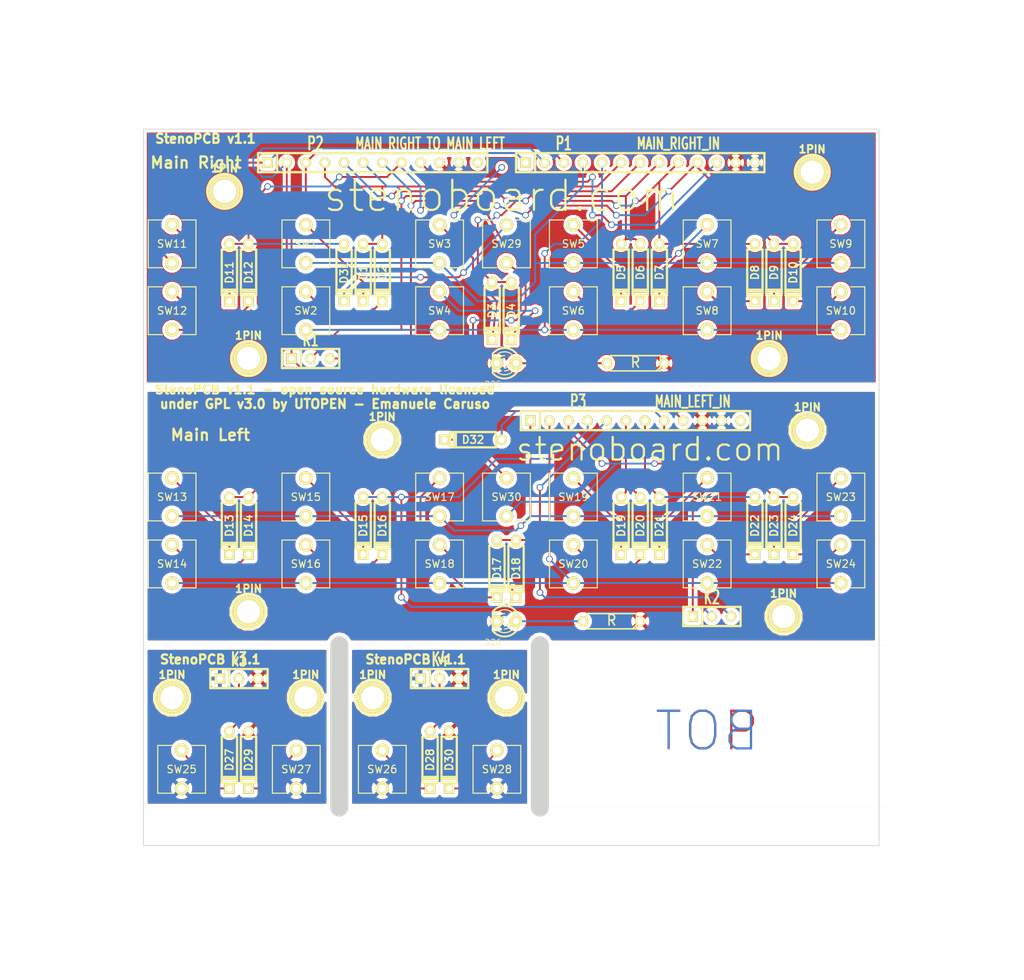
<source format=kicad_pcb>
(kicad_pcb (version 4) (host pcbnew 4.0.6-e0-6349~53~ubuntu14.04.1)
  (layers (0 F.Cu signal) (31 B.Cu signal) (34 B.Paste user) (35 F.Paste user) (36 B.SilkS user) (37 F.SilkS user) (38 B.Mask user) (39 F.Mask user) (44 Edge.Cuts user))
  (net 0 "")
  (net 1 /COL_0)
  (net 2 /COL_1)
  (net 3 /COL_2)
  (net 4 /COL_3)
  (net 5 /COL_4)
  (net 6 /COL_5)
  (net 7 /GND)
  (net 8 /LED)
  (net 9 /L_COL_0)
  (net 10 /L_COL_1)
  (net 11 /L_COL_2)
  (net 12 /L_COL_3)
  (net 13 /L_COL_4)
  (net 14 /L_COL_5)
  (net 15 /L_GND)
  (net 16 /L_LED)
  (net 17 /L_ROW_0)
  (net 18 /L_ROW_1)
  (net 19 /L_ROW_2)
  (net 20 /ROW_0)
  (net 21 /ROW_1)
  (net 22 /ROW_2)
  (net 23 /ROW_3)
  (net 24 /ROW_4)
  (net 25 /VL_COL_0)
  (net 26 /VL_COL_1)
  (net 27 /VL_ROW_2)
  (net 28 /VR_COL_2)
  (net 29 /VR_COL_3)
  (net 30 /VR_ROW_2)
  (net 31 N-0000013)
  (net 32 N-0000015)
  (net 33 N-0000016)
  (net 34 N-0000017)
  (net 35 N-0000023)
  (net 36 N-0000025)
  (net 37 N-0000028)
  (net 38 N-0000030)
  (net 39 N-0000033)
  (net 40 N-0000036)
  (net 41 N-0000037)
  (net 42 N-0000038)
  (net 43 N-0000039)
  (net 44 N-0000040)
  (net 45 N-0000041)
  (net 46 N-0000042)
  (net 47 N-0000043)
  (net 48 N-0000044)
  (net 49 N-0000045)
  (net 50 N-0000046)
  (net 51 N-0000047)
  (net 52 N-0000048)
  (net 53 N-0000049)
  (net 54 N-0000050)
  (net 55 N-0000051)
  (net 56 N-0000052)
  (net 57 N-0000053)
  (net 58 N-0000054)
  (net 59 N-0000058)
  (net 60 N-0000059)
  (net 61 N-0000060)
  (net 62 N-0000061)
  (module SIL-3 (layer F.Cu) (at 133.35 92.71)
    (fp_text reference K1 (at 0 -2.54) (layer F.SilkS) (effects (font (size 1.7907 1.07696) (thickness 0.3048))))
    (fp_text value MAIN_RIGHT_TO_VOWELS_RIGHT hide)
    (pad 1 thru_hole rect (at -2.54 0) (size 1.397 1.397) (drill 0.8128) (layers *.Cu *.Mask F.SilkS) (net 22 /ROW_2))
    (pad 2 thru_hole circle (at 0 0) (size 1.397 1.397) (drill 0.8128) (layers *.Cu *.Mask F.SilkS) (net 3 /COL_2))
    (pad 3 thru_hole circle (at 2.54 0) (size 1.397 1.397) (drill 0.8128) (layers *.Cu *.Mask F.SilkS) (net 4 /COL_3))
  )
  (module D3 (layer F.Cu) (at 140.335 81.28 270)
    (fp_text reference D1 (at 0 0 270) (layer F.SilkS) (effects (font (size 1.016 1.016) (thickness 0.2032))))
    (fp_text value DIODE hide)
    (pad 2 thru_hole rect (at 3.81 0 270) (size 1.397 1.397) (drill 0.8128) (layers *.Cu *.Mask F.SilkS) (net 51 N-0000047))
    (pad 1 thru_hole circle (at -3.81 0 270) (size 1.397 1.397) (drill 0.8128) (layers *.Cu *.Mask F.SilkS) (net 1 /COL_0))
  )
  (module D3 (layer F.Cu) (at 157.48 86.36 270)
    (fp_text reference D3 (at 0 0 270) (layer F.SilkS) (effects (font (size 1.016 1.016) (thickness 0.2032))))
    (fp_text value DIODE hide)
    (pad 2 thru_hole rect (at 3.81 0 270) (size 1.397 1.397) (drill 0.8128) (layers *.Cu *.Mask F.SilkS) (net 54 N-0000050))
    (pad 1 thru_hole circle (at -3.81 0 270) (size 1.397 1.397) (drill 0.8128) (layers *.Cu *.Mask F.SilkS) (net 2 /COL_1))
  )
  (module D3 (layer F.Cu) (at 142.875 81.28 270)
    (fp_text reference D2 (at 0 0 270) (layer F.SilkS) (effects (font (size 1.016 1.016) (thickness 0.2032))))
    (fp_text value DIODE hide)
    (pad 2 thru_hole rect (at 3.81 0 270) (size 1.397 1.397) (drill 0.8128) (layers *.Cu *.Mask F.SilkS) (net 52 N-0000048))
    (pad 1 thru_hole circle (at -3.81 0 270) (size 1.397 1.397) (drill 0.8128) (layers *.Cu *.Mask F.SilkS) (net 1 /COL_0))
  )
  (module D3 (layer F.Cu) (at 160.02 86.36 270)
    (fp_text reference D4 (at 0 0 270) (layer F.SilkS) (effects (font (size 1.016 1.016) (thickness 0.2032))))
    (fp_text value DIODE hide)
    (pad 2 thru_hole rect (at 3.81 0 270) (size 1.397 1.397) (drill 0.8128) (layers *.Cu *.Mask F.SilkS) (net 53 N-0000049))
    (pad 1 thru_hole circle (at -3.81 0 270) (size 1.397 1.397) (drill 0.8128) (layers *.Cu *.Mask F.SilkS) (net 2 /COL_1))
  )
  (module D3 (layer F.Cu) (at 174.625 81.28 270)
    (fp_text reference D5 (at 0 0 270) (layer F.SilkS) (effects (font (size 1.016 1.016) (thickness 0.2032))))
    (fp_text value DIODE hide)
    (pad 2 thru_hole rect (at 3.81 0 270) (size 1.397 1.397) (drill 0.8128) (layers *.Cu *.Mask F.SilkS) (net 46 N-0000042))
    (pad 1 thru_hole circle (at -3.81 0 270) (size 1.397 1.397) (drill 0.8128) (layers *.Cu *.Mask F.SilkS) (net 3 /COL_2))
  )
  (module D3 (layer F.Cu) (at 179.705 81.28 270)
    (fp_text reference D7 (at 0 0 270) (layer F.SilkS) (effects (font (size 1.016 1.016) (thickness 0.2032))))
    (fp_text value DIODE hide)
    (pad 2 thru_hole rect (at 3.81 0 270) (size 1.397 1.397) (drill 0.8128) (layers *.Cu *.Mask F.SilkS) (net 45 N-0000041))
    (pad 1 thru_hole circle (at -3.81 0 270) (size 1.397 1.397) (drill 0.8128) (layers *.Cu *.Mask F.SilkS) (net 4 /COL_3))
  )
  (module D3 (layer F.Cu) (at 177.165 81.28 270)
    (fp_text reference D6 (at 0 0 270) (layer F.SilkS) (effects (font (size 1.016 1.016) (thickness 0.2032))))
    (fp_text value DIODE hide)
    (pad 2 thru_hole rect (at 3.81 0 270) (size 1.397 1.397) (drill 0.8128) (layers *.Cu *.Mask F.SilkS) (net 43 N-0000039))
    (pad 1 thru_hole circle (at -3.81 0 270) (size 1.397 1.397) (drill 0.8128) (layers *.Cu *.Mask F.SilkS) (net 3 /COL_2))
  )
  (module D3 (layer F.Cu) (at 192.405 81.28 270)
    (fp_text reference D8 (at 0 0 270) (layer F.SilkS) (effects (font (size 1.016 1.016) (thickness 0.2032))))
    (fp_text value DIODE hide)
    (pad 2 thru_hole rect (at 3.81 0 270) (size 1.397 1.397) (drill 0.8128) (layers *.Cu *.Mask F.SilkS) (net 44 N-0000040))
    (pad 1 thru_hole circle (at -3.81 0 270) (size 1.397 1.397) (drill 0.8128) (layers *.Cu *.Mask F.SilkS) (net 4 /COL_3))
  )
  (module D3 (layer F.Cu) (at 194.945 81.28 270)
    (fp_text reference D9 (at 0 0 270) (layer F.SilkS) (effects (font (size 1.016 1.016) (thickness 0.2032))))
    (fp_text value DIODE hide)
    (pad 2 thru_hole rect (at 3.81 0 270) (size 1.397 1.397) (drill 0.8128) (layers *.Cu *.Mask F.SilkS) (net 50 N-0000046))
    (pad 1 thru_hole circle (at -3.81 0 270) (size 1.397 1.397) (drill 0.8128) (layers *.Cu *.Mask F.SilkS) (net 5 /COL_4))
  )
  (module D3 (layer F.Cu) (at 122.555 81.28 270)
    (fp_text reference D11 (at 0 0 270) (layer F.SilkS) (effects (font (size 1.016 1.016) (thickness 0.2032))))
    (fp_text value DIODE hide)
    (pad 2 thru_hole rect (at 3.81 0 270) (size 1.397 1.397) (drill 0.8128) (layers *.Cu *.Mask F.SilkS) (net 47 N-0000043))
    (pad 1 thru_hole circle (at -3.81 0 270) (size 1.397 1.397) (drill 0.8128) (layers *.Cu *.Mask F.SilkS) (net 5 /COL_4))
  )
  (module D3 (layer F.Cu) (at 197.485 81.28 270)
    (fp_text reference D10 (at 0 0 270) (layer F.SilkS) (effects (font (size 1.016 1.016) (thickness 0.2032))))
    (fp_text value DIODE hide)
    (pad 2 thru_hole rect (at 3.81 0 270) (size 1.397 1.397) (drill 0.8128) (layers *.Cu *.Mask F.SilkS) (net 48 N-0000044))
    (pad 1 thru_hole circle (at -3.81 0 270) (size 1.397 1.397) (drill 0.8128) (layers *.Cu *.Mask F.SilkS) (net 5 /COL_4))
  )
  (module D3 (layer F.Cu) (at 125.095 81.28 270)
    (fp_text reference D12 (at 0 0 270) (layer F.SilkS) (effects (font (size 1.016 1.016) (thickness 0.2032))))
    (fp_text value DIODE hide)
    (pad 2 thru_hole rect (at 3.81 0 270) (size 1.397 1.397) (drill 0.8128) (layers *.Cu *.Mask F.SilkS) (net 49 N-0000045))
    (pad 1 thru_hole circle (at -3.81 0 270) (size 1.397 1.397) (drill 0.8128) (layers *.Cu *.Mask F.SilkS) (net 5 /COL_4))
  )
  (module EVQ-P0E07K (layer F.Cu) (at 132.715 77.47)
    (fp_text reference SW1 (at 0 0) (layer F.SilkS))
    (fp_text value SPST hide)
    (pad 1 thru_hole circle (at 0 -2.54) (size 1.8 1.8) (drill 1) (layers *.Cu *.Mask F.SilkS) (net 51 N-0000047))
    (pad 2 thru_hole circle (at 0 2.54) (size 1.8 1.8) (drill 1) (layers *.Cu *.Mask F.SilkS) (net 23 /ROW_3))
  )
  (module EVQ-P0E07K (layer F.Cu) (at 132.715 86.36)
    (fp_text reference SW2 (at 0 0) (layer F.SilkS))
    (fp_text value SPST hide)
    (pad 1 thru_hole circle (at 0 -2.54) (size 1.8 1.8) (drill 1) (layers *.Cu *.Mask F.SilkS) (net 52 N-0000048))
    (pad 2 thru_hole circle (at 0 2.54) (size 1.8 1.8) (drill 1) (layers *.Cu *.Mask F.SilkS) (net 24 /ROW_4))
  )
  (module EVQ-P0E07K (layer F.Cu) (at 150.495 77.47)
    (fp_text reference SW3 (at 0 0) (layer F.SilkS))
    (fp_text value SPST hide)
    (pad 1 thru_hole circle (at 0 -2.54) (size 1.8 1.8) (drill 1) (layers *.Cu *.Mask F.SilkS) (net 54 N-0000050))
    (pad 2 thru_hole circle (at 0 2.54) (size 1.8 1.8) (drill 1) (layers *.Cu *.Mask F.SilkS) (net 23 /ROW_3))
  )
  (module EVQ-P0E07K (layer F.Cu) (at 150.495 86.36)
    (fp_text reference SW4 (at 0 0) (layer F.SilkS))
    (fp_text value SPST hide)
    (pad 1 thru_hole circle (at 0 -2.54) (size 1.8 1.8) (drill 1) (layers *.Cu *.Mask F.SilkS) (net 53 N-0000049))
    (pad 2 thru_hole circle (at 0 2.54) (size 1.8 1.8) (drill 1) (layers *.Cu *.Mask F.SilkS) (net 24 /ROW_4))
  )
  (module EVQ-P0E07K (layer F.Cu) (at 168.275 77.47)
    (fp_text reference SW5 (at 0 0) (layer F.SilkS))
    (fp_text value SPST hide)
    (pad 1 thru_hole circle (at 0 -2.54) (size 1.8 1.8) (drill 1) (layers *.Cu *.Mask F.SilkS) (net 46 N-0000042))
    (pad 2 thru_hole circle (at 0 2.54) (size 1.8 1.8) (drill 1) (layers *.Cu *.Mask F.SilkS) (net 23 /ROW_3))
  )
  (module EVQ-P0E07K (layer F.Cu) (at 186.055 77.47)
    (fp_text reference SW7 (at 0 0) (layer F.SilkS))
    (fp_text value SPST hide)
    (pad 1 thru_hole circle (at 0 -2.54) (size 1.8 1.8) (drill 1) (layers *.Cu *.Mask F.SilkS) (net 45 N-0000041))
    (pad 2 thru_hole circle (at 0 2.54) (size 1.8 1.8) (drill 1) (layers *.Cu *.Mask F.SilkS) (net 23 /ROW_3))
  )
  (module EVQ-P0E07K (layer F.Cu) (at 168.275 86.36)
    (fp_text reference SW6 (at 0 0) (layer F.SilkS))
    (fp_text value SPST hide)
    (pad 1 thru_hole circle (at 0 -2.54) (size 1.8 1.8) (drill 1) (layers *.Cu *.Mask F.SilkS) (net 43 N-0000039))
    (pad 2 thru_hole circle (at 0 2.54) (size 1.8 1.8) (drill 1) (layers *.Cu *.Mask F.SilkS) (net 24 /ROW_4))
  )
  (module EVQ-P0E07K (layer F.Cu) (at 186.055 86.36)
    (fp_text reference SW8 (at 0 0) (layer F.SilkS))
    (fp_text value SPST hide)
    (pad 1 thru_hole circle (at 0 -2.54) (size 1.8 1.8) (drill 1) (layers *.Cu *.Mask F.SilkS) (net 44 N-0000040))
    (pad 2 thru_hole circle (at 0 2.54) (size 1.8 1.8) (drill 1) (layers *.Cu *.Mask F.SilkS) (net 24 /ROW_4))
  )
  (module EVQ-P0E07K (layer F.Cu) (at 203.835 77.47)
    (fp_text reference SW9 (at 0 0) (layer F.SilkS))
    (fp_text value SPST hide)
    (pad 1 thru_hole circle (at 0 -2.54) (size 1.8 1.8) (drill 1) (layers *.Cu *.Mask F.SilkS) (net 50 N-0000046))
    (pad 2 thru_hole circle (at 0 2.54) (size 1.8 1.8) (drill 1) (layers *.Cu *.Mask F.SilkS) (net 23 /ROW_3))
  )
  (module EVQ-P0E07K (layer F.Cu) (at 114.935 77.47)
    (fp_text reference SW11 (at 0 0) (layer F.SilkS))
    (fp_text value SPST hide)
    (pad 1 thru_hole circle (at 0 -2.54) (size 1.8 1.8) (drill 1) (layers *.Cu *.Mask F.SilkS) (net 47 N-0000043))
    (pad 2 thru_hole circle (at 0 2.54) (size 1.8 1.8) (drill 1) (layers *.Cu *.Mask F.SilkS) (net 20 /ROW_0))
  )
  (module EVQ-P0E07K (layer F.Cu) (at 203.835 86.36)
    (fp_text reference SW10 (at 0 0) (layer F.SilkS))
    (fp_text value SPST hide)
    (pad 1 thru_hole circle (at 0 -2.54) (size 1.8 1.8) (drill 1) (layers *.Cu *.Mask F.SilkS) (net 48 N-0000044))
    (pad 2 thru_hole circle (at 0 2.54) (size 1.8 1.8) (drill 1) (layers *.Cu *.Mask F.SilkS) (net 24 /ROW_4))
  )
  (module EVQ-P0E07K (layer F.Cu) (at 114.935 86.36)
    (fp_text reference SW12 (at 0 0) (layer F.SilkS))
    (fp_text value SPST hide)
    (pad 1 thru_hole circle (at 0 -2.54) (size 1.8 1.8) (drill 1) (layers *.Cu *.Mask F.SilkS) (net 49 N-0000045))
    (pad 2 thru_hole circle (at 0 2.54) (size 1.8 1.8) (drill 1) (layers *.Cu *.Mask F.SilkS) (net 21 /ROW_1))
  )
  (module SIL-3 (layer F.Cu) (at 186.69 127)
    (fp_text reference K2 (at 0 -2.54) (layer F.SilkS) (effects (font (size 1.7907 1.07696) (thickness 0.3048))))
    (fp_text value MAIN_LEFT_TO_VOWELS_LEFT hide)
    (pad 1 thru_hole rect (at -2.54 0) (size 1.397 1.397) (drill 0.8128) (layers *.Cu *.Mask F.SilkS) (net 19 /L_ROW_2))
    (pad 2 thru_hole circle (at 0 0) (size 1.397 1.397) (drill 0.8128) (layers *.Cu *.Mask F.SilkS) (net 9 /L_COL_0))
    (pad 3 thru_hole circle (at 2.54 0) (size 1.397 1.397) (drill 0.8128) (layers *.Cu *.Mask F.SilkS) (net 10 /L_COL_1))
  )
  (module SIL-12 (layer F.Cu) (at 176.53 100.965)
    (fp_text reference P3 (at -7.62 -2.54) (layer F.SilkS) (effects (font (size 1.72974 1.08712) (thickness 0.3048))))
    (fp_text value MAIN_LEFT_IN (at 7.62 -2.54) (layer F.SilkS) (effects (font (size 1.524 1.016) (thickness 0.3048))))
    (pad 1 thru_hole rect (at -13.97 0) (size 1.397 1.397) (drill 0.8128) (layers *.Cu *.Mask F.SilkS) (net 17 /L_ROW_0))
    (pad 2 thru_hole circle (at -11.43 0) (size 1.397 1.397) (drill 0.8128) (layers *.Cu *.Mask F.SilkS) (net 18 /L_ROW_1))
    (pad 3 thru_hole circle (at -8.89 0) (size 1.397 1.397) (drill 0.8128) (layers *.Cu *.Mask F.SilkS) (net 19 /L_ROW_2))
    (pad 4 thru_hole circle (at -6.35 0) (size 1.397 1.397) (drill 0.8128) (layers *.Cu *.Mask F.SilkS) (net 9 /L_COL_0))
    (pad 5 thru_hole circle (at -3.81 0) (size 1.397 1.397) (drill 0.8128) (layers *.Cu *.Mask F.SilkS) (net 10 /L_COL_1))
    (pad 6 thru_hole circle (at -1.27 0) (size 1.397 1.397) (drill 0.8128) (layers *.Cu *.Mask F.SilkS) (net 11 /L_COL_2))
    (pad 7 thru_hole circle (at 1.27 0) (size 1.397 1.397) (drill 0.8128) (layers *.Cu *.Mask F.SilkS) (net 12 /L_COL_3))
    (pad 8 thru_hole circle (at 3.81 0) (size 1.397 1.397) (drill 0.8128) (layers *.Cu *.Mask F.SilkS) (net 13 /L_COL_4))
    (pad 9 thru_hole circle (at 6.35 0) (size 1.397 1.397) (drill 0.8128) (layers *.Cu *.Mask F.SilkS) (net 14 /L_COL_5))
    (pad 10 thru_hole circle (at 8.89 0) (size 1.397 1.397) (drill 0.8128) (layers *.Cu *.Mask F.SilkS) (net 16 /L_LED))
    (pad 11 thru_hole circle (at 11.43 0) (size 1.397 1.397) (drill 0.8128) (layers *.Cu *.Mask F.SilkS) (net 15 /L_GND))
    (pad 12 thru_hole circle (at 13.97 0) (size 1.397 1.397) (drill 0.8128) (layers *.Cu *.Mask F.SilkS))
  )
  (module R3 (layer F.Cu) (at 173.355 127.635 180)
    (fp_text reference R2 hide)
    (fp_text value R (at 0 0.127 180) (layer F.SilkS) (effects (font (size 1.397 1.27) (thickness 0.2032))))
    (pad 1 thru_hole circle (at -3.81 0 180) (size 1.397 1.397) (drill 0.8128) (layers *.Cu *.Mask F.SilkS) (net 16 /L_LED))
    (pad 2 thru_hole circle (at 3.81 0 180) (size 1.397 1.397) (drill 0.8128) (layers *.Cu *.Mask F.SilkS) (net 41 N-0000037))
  )
  (module R3 (layer F.Cu) (at 176.53 93.345 180)
    (fp_text reference R1 hide)
    (fp_text value R (at 0 0.127 180) (layer F.SilkS) (effects (font (size 1.397 1.27) (thickness 0.2032))))
    (pad 1 thru_hole circle (at -3.81 0 180) (size 1.397 1.397) (drill 0.8128) (layers *.Cu *.Mask F.SilkS) (net 8 /LED))
    (pad 2 thru_hole circle (at 3.81 0 180) (size 1.397 1.397) (drill 0.8128) (layers *.Cu *.Mask F.SilkS) (net 42 N-0000038))
  )
  (module LED-3MM (layer F.Cu) (at 159.385 127.635 180)
    (fp_text reference D26 (at 1.778 -2.794 180) (layer F.SilkS) (effects (font (size 0.762 0.762) (thickness 0.0889))))
    (fp_text value LED (at 0 2.54 180) (layer F.SilkS) (effects (font (size 0.762 0.762) (thickness 0.0889))))
    (pad 1 thru_hole circle (at -1.27 0 180) (size 1.6764 1.6764) (drill 0.8128) (layers *.Cu *.Mask F.SilkS) (net 41 N-0000037))
    (pad 2 thru_hole circle (at 1.27 0 180) (size 1.6764 1.6764) (drill 0.8128) (layers *.Cu *.Mask F.SilkS) (net 15 /L_GND))
  )
  (module LED-3MM (layer F.Cu) (at 159.385 93.345 180)
    (fp_text reference D25 (at 1.778 -2.794 180) (layer F.SilkS) (effects (font (size 0.762 0.762) (thickness 0.0889))))
    (fp_text value LED (at 0 2.54 180) (layer F.SilkS) (effects (font (size 0.762 0.762) (thickness 0.0889))))
    (pad 1 thru_hole circle (at -1.27 0 180) (size 1.6764 1.6764) (drill 0.8128) (layers *.Cu *.Mask F.SilkS) (net 42 N-0000038))
    (pad 2 thru_hole circle (at 1.27 0 180) (size 1.6764 1.6764) (drill 0.8128) (layers *.Cu *.Mask F.SilkS) (net 7 /GND))
  )
  (module EVQ-P0E07K (layer F.Cu) (at 132.715 120.015)
    (fp_text reference SW16 (at 0 0) (layer F.SilkS))
    (fp_text value SPST hide)
    (pad 1 thru_hole circle (at 0 -2.54) (size 1.8 1.8) (drill 1) (layers *.Cu *.Mask F.SilkS) (net 61 N-0000060))
    (pad 2 thru_hole circle (at 0 2.54) (size 1.8 1.8) (drill 1) (layers *.Cu *.Mask F.SilkS) (net 18 /L_ROW_1))
  )
  (module EVQ-P0E07K (layer F.Cu) (at 150.495 120.015)
    (fp_text reference SW18 (at 0 0) (layer F.SilkS))
    (fp_text value SPST hide)
    (pad 1 thru_hole circle (at 0 -2.54) (size 1.8 1.8) (drill 1) (layers *.Cu *.Mask F.SilkS) (net 60 N-0000059))
    (pad 2 thru_hole circle (at 0 2.54) (size 1.8 1.8) (drill 1) (layers *.Cu *.Mask F.SilkS) (net 18 /L_ROW_1))
  )
  (module EVQ-P0E07K (layer F.Cu) (at 150.495 111.125)
    (fp_text reference SW17 (at 0 0) (layer F.SilkS))
    (fp_text value SPST hide)
    (pad 1 thru_hole circle (at 0 -2.54) (size 1.8 1.8) (drill 1) (layers *.Cu *.Mask F.SilkS) (net 62 N-0000061))
    (pad 2 thru_hole circle (at 0 2.54) (size 1.8 1.8) (drill 1) (layers *.Cu *.Mask F.SilkS) (net 17 /L_ROW_0))
  )
  (module EVQ-P0E07K (layer F.Cu) (at 168.275 111.125)
    (fp_text reference SW19 (at 0 0) (layer F.SilkS))
    (fp_text value SPST hide)
    (pad 1 thru_hole circle (at 0 -2.54) (size 1.8 1.8) (drill 1) (layers *.Cu *.Mask F.SilkS) (net 55 N-0000051))
    (pad 2 thru_hole circle (at 0 2.54) (size 1.8 1.8) (drill 1) (layers *.Cu *.Mask F.SilkS) (net 17 /L_ROW_0))
  )
  (module EVQ-P0E07K (layer F.Cu) (at 186.055 111.125)
    (fp_text reference SW21 (at 0 0) (layer F.SilkS))
    (fp_text value SPST hide)
    (pad 1 thru_hole circle (at 0 -2.54) (size 1.8 1.8) (drill 1) (layers *.Cu *.Mask F.SilkS) (net 56 N-0000052))
    (pad 2 thru_hole circle (at 0 2.54) (size 1.8 1.8) (drill 1) (layers *.Cu *.Mask F.SilkS) (net 17 /L_ROW_0))
  )
  (module EVQ-P0E07K (layer F.Cu) (at 168.275 120.015)
    (fp_text reference SW20 (at 0 0) (layer F.SilkS))
    (fp_text value SPST hide)
    (pad 1 thru_hole circle (at 0 -2.54) (size 1.8 1.8) (drill 1) (layers *.Cu *.Mask F.SilkS) (net 57 N-0000053))
    (pad 2 thru_hole circle (at 0 2.54) (size 1.8 1.8) (drill 1) (layers *.Cu *.Mask F.SilkS) (net 18 /L_ROW_1))
  )
  (module EVQ-P0E07K (layer F.Cu) (at 186.055 120.015)
    (fp_text reference SW22 (at 0 0) (layer F.SilkS))
    (fp_text value SPST hide)
    (pad 1 thru_hole circle (at 0 -2.54) (size 1.8 1.8) (drill 1) (layers *.Cu *.Mask F.SilkS) (net 58 N-0000054))
    (pad 2 thru_hole circle (at 0 2.54) (size 1.8 1.8) (drill 1) (layers *.Cu *.Mask F.SilkS) (net 18 /L_ROW_1))
  )
  (module EVQ-P0E07K (layer F.Cu) (at 132.715 111.125)
    (fp_text reference SW15 (at 0 0) (layer F.SilkS))
    (fp_text value SPST hide)
    (pad 1 thru_hole circle (at 0 -2.54) (size 1.8 1.8) (drill 1) (layers *.Cu *.Mask F.SilkS) (net 59 N-0000058))
    (pad 2 thru_hole circle (at 0 2.54) (size 1.8 1.8) (drill 1) (layers *.Cu *.Mask F.SilkS) (net 17 /L_ROW_0))
  )
  (module EVQ-P0E07K (layer F.Cu) (at 114.935 120.015)
    (fp_text reference SW14 (at 0 0) (layer F.SilkS))
    (fp_text value SPST hide)
    (pad 1 thru_hole circle (at 0 -2.54) (size 1.8 1.8) (drill 1) (layers *.Cu *.Mask F.SilkS) (net 31 N-0000013))
    (pad 2 thru_hole circle (at 0 2.54) (size 1.8 1.8) (drill 1) (layers *.Cu *.Mask F.SilkS) (net 18 /L_ROW_1))
  )
  (module EVQ-P0E07K (layer F.Cu) (at 203.835 111.125)
    (fp_text reference SW23 (at 0 0) (layer F.SilkS))
    (fp_text value SPST hide)
    (pad 1 thru_hole circle (at 0 -2.54) (size 1.8 1.8) (drill 1) (layers *.Cu *.Mask F.SilkS) (net 34 N-0000017))
    (pad 2 thru_hole circle (at 0 2.54) (size 1.8 1.8) (drill 1) (layers *.Cu *.Mask F.SilkS) (net 17 /L_ROW_0))
  )
  (module EVQ-P0E07K (layer F.Cu) (at 203.835 120.015)
    (fp_text reference SW24 (at 0 0) (layer F.SilkS))
    (fp_text value SPST hide)
    (pad 1 thru_hole circle (at 0 -2.54) (size 1.8 1.8) (drill 1) (layers *.Cu *.Mask F.SilkS) (net 33 N-0000016))
    (pad 2 thru_hole circle (at 0 2.54) (size 1.8 1.8) (drill 1) (layers *.Cu *.Mask F.SilkS) (net 18 /L_ROW_1))
  )
  (module EVQ-P0E07K (layer F.Cu) (at 114.935 111.125)
    (fp_text reference SW13 (at 0 0) (layer F.SilkS))
    (fp_text value SPST hide)
    (pad 1 thru_hole circle (at 0 -2.54) (size 1.8 1.8) (drill 1) (layers *.Cu *.Mask F.SilkS) (net 32 N-0000015))
    (pad 2 thru_hole circle (at 0 2.54) (size 1.8 1.8) (drill 1) (layers *.Cu *.Mask F.SilkS) (net 17 /L_ROW_0))
  )
  (module D3 (layer F.Cu) (at 140.335 114.935 270)
    (fp_text reference D15 (at 0 0 270) (layer F.SilkS) (effects (font (size 1.016 1.016) (thickness 0.2032))))
    (fp_text value DIODE hide)
    (pad 2 thru_hole rect (at 3.81 0 270) (size 1.397 1.397) (drill 0.8128) (layers *.Cu *.Mask F.SilkS) (net 59 N-0000058))
    (pad 1 thru_hole circle (at -3.81 0 270) (size 1.397 1.397) (drill 0.8128) (layers *.Cu *.Mask F.SilkS) (net 9 /L_COL_0))
  )
  (module D3 (layer F.Cu) (at 158.115 120.65 270)
    (fp_text reference D17 (at 0 0 270) (layer F.SilkS) (effects (font (size 1.016 1.016) (thickness 0.2032))))
    (fp_text value DIODE hide)
    (pad 2 thru_hole rect (at 3.81 0 270) (size 1.397 1.397) (drill 0.8128) (layers *.Cu *.Mask F.SilkS) (net 62 N-0000061))
    (pad 1 thru_hole circle (at -3.81 0 270) (size 1.397 1.397) (drill 0.8128) (layers *.Cu *.Mask F.SilkS) (net 10 /L_COL_1))
  )
  (module D3 (layer F.Cu) (at 142.875 114.935 270)
    (fp_text reference D16 (at 0 0 270) (layer F.SilkS) (effects (font (size 1.016 1.016) (thickness 0.2032))))
    (fp_text value DIODE hide)
    (pad 2 thru_hole rect (at 3.81 0 270) (size 1.397 1.397) (drill 0.8128) (layers *.Cu *.Mask F.SilkS) (net 61 N-0000060))
    (pad 1 thru_hole circle (at -3.81 0 270) (size 1.397 1.397) (drill 0.8128) (layers *.Cu *.Mask F.SilkS) (net 9 /L_COL_0))
  )
  (module D3 (layer F.Cu) (at 160.655 120.65 270)
    (fp_text reference D18 (at 0 0 270) (layer F.SilkS) (effects (font (size 1.016 1.016) (thickness 0.2032))))
    (fp_text value DIODE hide)
    (pad 2 thru_hole rect (at 3.81 0 270) (size 1.397 1.397) (drill 0.8128) (layers *.Cu *.Mask F.SilkS) (net 60 N-0000059))
    (pad 1 thru_hole circle (at -3.81 0 270) (size 1.397 1.397) (drill 0.8128) (layers *.Cu *.Mask F.SilkS) (net 10 /L_COL_1))
  )
  (module D3 (layer F.Cu) (at 125.095 114.935 270)
    (fp_text reference D14 (at 0 0 270) (layer F.SilkS) (effects (font (size 1.016 1.016) (thickness 0.2032))))
    (fp_text value DIODE hide)
    (pad 2 thru_hole rect (at 3.81 0 270) (size 1.397 1.397) (drill 0.8128) (layers *.Cu *.Mask F.SilkS) (net 31 N-0000013))
    (pad 1 thru_hole circle (at -3.81 0 270) (size 1.397 1.397) (drill 0.8128) (layers *.Cu *.Mask F.SilkS) (net 14 /L_COL_5))
  )
  (module D3 (layer F.Cu) (at 122.555 114.935 270)
    (fp_text reference D13 (at 0 0 270) (layer F.SilkS) (effects (font (size 1.016 1.016) (thickness 0.2032))))
    (fp_text value DIODE hide)
    (pad 2 thru_hole rect (at 3.81 0 270) (size 1.397 1.397) (drill 0.8128) (layers *.Cu *.Mask F.SilkS) (net 32 N-0000015))
    (pad 1 thru_hole circle (at -3.81 0 270) (size 1.397 1.397) (drill 0.8128) (layers *.Cu *.Mask F.SilkS) (net 14 /L_COL_5))
  )
  (module D3 (layer F.Cu) (at 197.485 114.935 270)
    (fp_text reference D24 (at 0 0 270) (layer F.SilkS) (effects (font (size 1.016 1.016) (thickness 0.2032))))
    (fp_text value DIODE hide)
    (pad 2 thru_hole rect (at 3.81 0 270) (size 1.397 1.397) (drill 0.8128) (layers *.Cu *.Mask F.SilkS) (net 33 N-0000016))
    (pad 1 thru_hole circle (at -3.81 0 270) (size 1.397 1.397) (drill 0.8128) (layers *.Cu *.Mask F.SilkS) (net 13 /L_COL_4))
  )
  (module D3 (layer F.Cu) (at 194.945 114.935 270)
    (fp_text reference D23 (at 0 0 270) (layer F.SilkS) (effects (font (size 1.016 1.016) (thickness 0.2032))))
    (fp_text value DIODE hide)
    (pad 2 thru_hole rect (at 3.81 0 270) (size 1.397 1.397) (drill 0.8128) (layers *.Cu *.Mask F.SilkS) (net 34 N-0000017))
    (pad 1 thru_hole circle (at -3.81 0 270) (size 1.397 1.397) (drill 0.8128) (layers *.Cu *.Mask F.SilkS) (net 13 /L_COL_4))
  )
  (module D3 (layer F.Cu) (at 192.405 114.935 270)
    (fp_text reference D22 (at 0 0 270) (layer F.SilkS) (effects (font (size 1.016 1.016) (thickness 0.2032))))
    (fp_text value DIODE hide)
    (pad 2 thru_hole rect (at 3.81 0 270) (size 1.397 1.397) (drill 0.8128) (layers *.Cu *.Mask F.SilkS) (net 58 N-0000054))
    (pad 1 thru_hole circle (at -3.81 0 270) (size 1.397 1.397) (drill 0.8128) (layers *.Cu *.Mask F.SilkS) (net 12 /L_COL_3))
  )
  (module D3 (layer F.Cu) (at 177.165 114.935 270)
    (fp_text reference D20 (at 0 0 270) (layer F.SilkS) (effects (font (size 1.016 1.016) (thickness 0.2032))))
    (fp_text value DIODE hide)
    (pad 2 thru_hole rect (at 3.81 0 270) (size 1.397 1.397) (drill 0.8128) (layers *.Cu *.Mask F.SilkS) (net 57 N-0000053))
    (pad 1 thru_hole circle (at -3.81 0 270) (size 1.397 1.397) (drill 0.8128) (layers *.Cu *.Mask F.SilkS) (net 11 /L_COL_2))
  )
  (module D3 (layer F.Cu) (at 179.705 114.935 270)
    (fp_text reference D21 (at 0 0 270) (layer F.SilkS) (effects (font (size 1.016 1.016) (thickness 0.2032))))
    (fp_text value DIODE hide)
    (pad 2 thru_hole rect (at 3.81 0 270) (size 1.397 1.397) (drill 0.8128) (layers *.Cu *.Mask F.SilkS) (net 56 N-0000052))
    (pad 1 thru_hole circle (at -3.81 0 270) (size 1.397 1.397) (drill 0.8128) (layers *.Cu *.Mask F.SilkS) (net 12 /L_COL_3))
  )
  (module D3 (layer F.Cu) (at 174.625 114.935 270)
    (fp_text reference D19 (at 0 0 270) (layer F.SilkS) (effects (font (size 1.016 1.016) (thickness 0.2032))))
    (fp_text value DIODE hide)
    (pad 2 thru_hole rect (at 3.81 0 270) (size 1.397 1.397) (drill 0.8128) (layers *.Cu *.Mask F.SilkS) (net 55 N-0000051))
    (pad 1 thru_hole circle (at -3.81 0 270) (size 1.397 1.397) (drill 0.8128) (layers *.Cu *.Mask F.SilkS) (net 11 /L_COL_2))
  )
  (module SIL-12 (layer F.Cu) (at 141.605 66.675)
    (fp_text reference P2 (at -7.62 -2.54) (layer F.SilkS) (effects (font (size 1.72974 1.08712) (thickness 0.3048))))
    (fp_text value MAIN_RIGHT_TO_MAIN_LEFT (at 7.62 -2.54) (layer F.SilkS) (effects (font (size 1.524 1.016) (thickness 0.3048))))
    (pad 1 thru_hole rect (at -13.97 0) (size 1.397 1.397) (drill 0.8128) (layers *.Cu *.Mask F.SilkS) (net 20 /ROW_0))
    (pad 2 thru_hole circle (at -11.43 0) (size 1.397 1.397) (drill 0.8128) (layers *.Cu *.Mask F.SilkS) (net 21 /ROW_1))
    (pad 3 thru_hole circle (at -8.89 0) (size 1.397 1.397) (drill 0.8128) (layers *.Cu *.Mask F.SilkS) (net 22 /ROW_2))
    (pad 4 thru_hole circle (at -6.35 0) (size 1.397 1.397) (drill 0.8128) (layers *.Cu *.Mask F.SilkS) (net 1 /COL_0))
    (pad 5 thru_hole circle (at -3.81 0) (size 1.397 1.397) (drill 0.8128) (layers *.Cu *.Mask F.SilkS) (net 2 /COL_1))
    (pad 6 thru_hole circle (at -1.27 0) (size 1.397 1.397) (drill 0.8128) (layers *.Cu *.Mask F.SilkS) (net 3 /COL_2))
    (pad 7 thru_hole circle (at 1.27 0) (size 1.397 1.397) (drill 0.8128) (layers *.Cu *.Mask F.SilkS) (net 4 /COL_3))
    (pad 8 thru_hole circle (at 3.81 0) (size 1.397 1.397) (drill 0.8128) (layers *.Cu *.Mask F.SilkS) (net 5 /COL_4))
    (pad 9 thru_hole circle (at 6.35 0) (size 1.397 1.397) (drill 0.8128) (layers *.Cu *.Mask F.SilkS) (net 6 /COL_5))
    (pad 10 thru_hole circle (at 8.89 0) (size 1.397 1.397) (drill 0.8128) (layers *.Cu *.Mask F.SilkS) (net 8 /LED))
    (pad 11 thru_hole circle (at 11.43 0) (size 1.397 1.397) (drill 0.8128) (layers *.Cu *.Mask F.SilkS) (net 7 /GND))
    (pad 12 thru_hole circle (at 13.97 0) (size 1.397 1.397) (drill 0.8128) (layers *.Cu *.Mask F.SilkS))
  )
  (module SIL-13 (layer F.Cu) (at 177.165 66.675)
    (fp_text reference P1 (at -10.16 -2.54) (layer F.SilkS) (effects (font (size 1.72974 1.08712) (thickness 0.3048))))
    (fp_text value MAIN_RIGHT_IN (at 5.08 -2.54) (layer F.SilkS) (effects (font (size 1.524 1.016) (thickness 0.3048))))
    (pad 1 thru_hole rect (at -15.24 0) (size 1.397 1.397) (drill 0.8128) (layers *.Cu *.Mask F.SilkS) (net 20 /ROW_0))
    (pad 2 thru_hole circle (at -12.7 0) (size 1.397 1.397) (drill 0.8128) (layers *.Cu *.Mask F.SilkS) (net 21 /ROW_1))
    (pad 3 thru_hole circle (at -10.16 0) (size 1.397 1.397) (drill 0.8128) (layers *.Cu *.Mask F.SilkS) (net 22 /ROW_2))
    (pad 4 thru_hole circle (at -7.62 0) (size 1.397 1.397) (drill 0.8128) (layers *.Cu *.Mask F.SilkS) (net 23 /ROW_3))
    (pad 5 thru_hole circle (at -5.08 0) (size 1.397 1.397) (drill 0.8128) (layers *.Cu *.Mask F.SilkS) (net 24 /ROW_4))
    (pad 6 thru_hole circle (at -2.54 0) (size 1.397 1.397) (drill 0.8128) (layers *.Cu *.Mask F.SilkS) (net 1 /COL_0))
    (pad 7 thru_hole circle (at 0 0) (size 1.397 1.397) (drill 0.8128) (layers *.Cu *.Mask F.SilkS) (net 2 /COL_1))
    (pad 8 thru_hole circle (at 2.54 0) (size 1.397 1.397) (drill 0.8128) (layers *.Cu *.Mask F.SilkS) (net 3 /COL_2))
    (pad 9 thru_hole circle (at 5.08 0) (size 1.397 1.397) (drill 0.8128) (layers *.Cu *.Mask F.SilkS) (net 4 /COL_3))
    (pad 10 thru_hole circle (at 7.62 0) (size 1.397 1.397) (drill 0.8128) (layers *.Cu *.Mask F.SilkS) (net 5 /COL_4))
    (pad 11 thru_hole circle (at 10.16 0) (size 1.397 1.397) (drill 0.8128) (layers *.Cu *.Mask F.SilkS) (net 6 /COL_5))
    (pad 12 thru_hole circle (at 12.7 0) (size 1.397 1.397) (drill 0.8128) (layers *.Cu *.Mask F.SilkS) (net 8 /LED))
    (pad 13 thru_hole circle (at 15.24 0) (size 1.397 1.397) (drill 0.8128) (layers *.Cu *.Mask F.SilkS) (net 7 /GND))
  )
  (module SIL-3 (layer F.Cu) (at 123.825 135.255)
    (fp_text reference K3 (at 0 -2.54) (layer F.SilkS) (effects (font (size 1.7907 1.07696) (thickness 0.3048))))
    (fp_text value VOWELS_RIGHT_IN hide)
    (pad 1 thru_hole rect (at -2.54 0) (size 1.397 1.397) (drill 0.8128) (layers *.Cu *.Mask F.SilkS) (net 30 /VR_ROW_2))
    (pad 2 thru_hole circle (at 0 0) (size 1.397 1.397) (drill 0.8128) (layers *.Cu *.Mask F.SilkS) (net 28 /VR_COL_2))
    (pad 3 thru_hole circle (at 2.54 0) (size 1.397 1.397) (drill 0.8128) (layers *.Cu *.Mask F.SilkS) (net 29 /VR_COL_3))
  )
  (module SIL-3 (layer F.Cu) (at 150.495 135.255)
    (fp_text reference K4 (at 0 -2.54) (layer F.SilkS) (effects (font (size 1.7907 1.07696) (thickness 0.3048))))
    (fp_text value VOWELS_LEFT_IN hide)
    (pad 1 thru_hole rect (at -2.54 0) (size 1.397 1.397) (drill 0.8128) (layers *.Cu *.Mask F.SilkS) (net 27 /VL_ROW_2))
    (pad 2 thru_hole circle (at 0 0) (size 1.397 1.397) (drill 0.8128) (layers *.Cu *.Mask F.SilkS) (net 25 /VL_COL_0))
    (pad 3 thru_hole circle (at 2.54 0) (size 1.397 1.397) (drill 0.8128) (layers *.Cu *.Mask F.SilkS) (net 26 /VL_COL_1))
  )
  (module EVQ-P0E07K (layer F.Cu) (at 131.445 147.32)
    (fp_text reference SW27 (at 0 0) (layer F.SilkS))
    (fp_text value SPST hide)
    (pad 1 thru_hole circle (at 0 -2.54) (size 1.8 1.8) (drill 1) (layers *.Cu *.Mask F.SilkS) (net 38 N-0000030))
    (pad 2 thru_hole circle (at 0 2.54) (size 1.8 1.8) (drill 1) (layers *.Cu *.Mask F.SilkS) (net 30 /VR_ROW_2))
  )
  (module EVQ-P0E07K (layer F.Cu) (at 116.205 147.32)
    (fp_text reference SW25 (at 0 0) (layer F.SilkS))
    (fp_text value SPST hide)
    (pad 1 thru_hole circle (at 0 -2.54) (size 1.8 1.8) (drill 1) (layers *.Cu *.Mask F.SilkS) (net 37 N-0000028))
    (pad 2 thru_hole circle (at 0 2.54) (size 1.8 1.8) (drill 1) (layers *.Cu *.Mask F.SilkS) (net 30 /VR_ROW_2))
  )
  (module EVQ-P0E07K (layer F.Cu) (at 158.115 147.32)
    (fp_text reference SW28 (at 0 0) (layer F.SilkS))
    (fp_text value SPST hide)
    (pad 1 thru_hole circle (at 0 -2.54) (size 1.8 1.8) (drill 1) (layers *.Cu *.Mask F.SilkS) (net 36 N-0000025))
    (pad 2 thru_hole circle (at 0 2.54) (size 1.8 1.8) (drill 1) (layers *.Cu *.Mask F.SilkS) (net 27 /VL_ROW_2))
  )
  (module EVQ-P0E07K (layer F.Cu) (at 142.875 147.32)
    (fp_text reference SW26 (at 0 0) (layer F.SilkS))
    (fp_text value SPST hide)
    (pad 1 thru_hole circle (at 0 -2.54) (size 1.8 1.8) (drill 1) (layers *.Cu *.Mask F.SilkS) (net 35 N-0000023))
    (pad 2 thru_hole circle (at 0 2.54) (size 1.8 1.8) (drill 1) (layers *.Cu *.Mask F.SilkS) (net 27 /VL_ROW_2))
  )
  (module D3 (layer F.Cu) (at 125.095 146.05 270)
    (fp_text reference D29 (at 0 0 270) (layer F.SilkS) (effects (font (size 1.016 1.016) (thickness 0.2032))))
    (fp_text value DIODE hide)
    (pad 2 thru_hole rect (at 3.81 0 270) (size 1.397 1.397) (drill 0.8128) (layers *.Cu *.Mask F.SilkS) (net 38 N-0000030))
    (pad 1 thru_hole circle (at -3.81 0 270) (size 1.397 1.397) (drill 0.8128) (layers *.Cu *.Mask F.SilkS) (net 29 /VR_COL_3))
  )
  (module D3 (layer F.Cu) (at 122.555 146.05 270)
    (fp_text reference D27 (at 0 0 270) (layer F.SilkS) (effects (font (size 1.016 1.016) (thickness 0.2032))))
    (fp_text value DIODE hide)
    (pad 2 thru_hole rect (at 3.81 0 270) (size 1.397 1.397) (drill 0.8128) (layers *.Cu *.Mask F.SilkS) (net 37 N-0000028))
    (pad 1 thru_hole circle (at -3.81 0 270) (size 1.397 1.397) (drill 0.8128) (layers *.Cu *.Mask F.SilkS) (net 28 /VR_COL_2))
  )
  (module D3 (layer F.Cu) (at 151.765 146.05 270)
    (fp_text reference D30 (at 0 0 270) (layer F.SilkS) (effects (font (size 1.016 1.016) (thickness 0.2032))))
    (fp_text value DIODE hide)
    (pad 2 thru_hole rect (at 3.81 0 270) (size 1.397 1.397) (drill 0.8128) (layers *.Cu *.Mask F.SilkS) (net 36 N-0000025))
    (pad 1 thru_hole circle (at -3.81 0 270) (size 1.397 1.397) (drill 0.8128) (layers *.Cu *.Mask F.SilkS) (net 26 /VL_COL_1))
  )
  (module D3 (layer F.Cu) (at 149.225 146.05 270)
    (fp_text reference D28 (at 0 0 270) (layer F.SilkS) (effects (font (size 1.016 1.016) (thickness 0.2032))))
    (fp_text value DIODE hide)
    (pad 2 thru_hole rect (at 3.81 0 270) (size 1.397 1.397) (drill 0.8128) (layers *.Cu *.Mask F.SilkS) (net 35 N-0000023))
    (pad 1 thru_hole circle (at -3.81 0 270) (size 1.397 1.397) (drill 0.8128) (layers *.Cu *.Mask F.SilkS) (net 25 /VL_COL_0))
  )
  (module 1pin (layer F.Cu) (at 121.92 70.485)
    (fp_text reference 1PIN (at 0 -3.048) (layer F.SilkS) (effects (font (size 1.016 1.016) (thickness 0.254))))
    (fp_text value P*** hide)
    (pad 1 thru_hole circle (at 0 0) (size 4.064 4.064) (drill 3.048) (layers *.Cu *.Mask F.SilkS))
  )
  (module 1pin (layer F.Cu) (at 125.095 92.71)
    (fp_text reference 1PIN (at 0 -3.048) (layer F.SilkS) (effects (font (size 1.016 1.016) (thickness 0.254))))
    (fp_text value P*** hide)
    (pad 1 thru_hole circle (at 0 0) (size 4.064 4.064) (drill 3.048) (layers *.Cu *.Mask F.SilkS))
  )
  (module 1pin (layer F.Cu) (at 200.025 67.945)
    (fp_text reference 1PIN (at 0 -3.048) (layer F.SilkS) (effects (font (size 1.016 1.016) (thickness 0.254))))
    (fp_text value P*** hide)
    (pad 1 thru_hole circle (at 0 0) (size 4.064 4.064) (drill 3.048) (layers *.Cu *.Mask F.SilkS))
  )
  (module 1pin (layer F.Cu) (at 194.31 92.71)
    (fp_text reference 1PIN (at 0 -3.048) (layer F.SilkS) (effects (font (size 1.016 1.016) (thickness 0.254))))
    (fp_text value P*** hide)
    (pad 1 thru_hole circle (at 0 0) (size 4.064 4.064) (drill 3.048) (layers *.Cu *.Mask F.SilkS))
  )
  (module 1pin (layer F.Cu) (at 142.875 103.505)
    (fp_text reference 1PIN (at 0 -3.048) (layer F.SilkS) (effects (font (size 1.016 1.016) (thickness 0.254))))
    (fp_text value P*** hide)
    (pad 1 thru_hole circle (at 0 0) (size 4.064 4.064) (drill 3.048) (layers *.Cu *.Mask F.SilkS))
  )
  (module 1pin (layer F.Cu) (at 125.095 126.365)
    (fp_text reference 1PIN (at 0 -3.048) (layer F.SilkS) (effects (font (size 1.016 1.016) (thickness 0.254))))
    (fp_text value P*** hide)
    (pad 1 thru_hole circle (at 0 0) (size 4.064 4.064) (drill 3.048) (layers *.Cu *.Mask F.SilkS))
  )
  (module 1pin (layer F.Cu) (at 199.39 102.235)
    (fp_text reference 1PIN (at 0 -3.048) (layer F.SilkS) (effects (font (size 1.016 1.016) (thickness 0.254))))
    (fp_text value P*** hide)
    (pad 1 thru_hole circle (at 0 0) (size 4.064 4.064) (drill 3.048) (layers *.Cu *.Mask F.SilkS))
  )
  (module 1pin (layer F.Cu) (at 196.215 127)
    (fp_text reference 1PIN (at 0 -3.048) (layer F.SilkS) (effects (font (size 1.016 1.016) (thickness 0.254))))
    (fp_text value P*** hide)
    (pad 1 thru_hole circle (at 0 0) (size 4.064 4.064) (drill 3.048) (layers *.Cu *.Mask F.SilkS))
  )
  (module 1pin (layer F.Cu) (at 114.935 137.795)
    (fp_text reference 1PIN (at 0 -3.048) (layer F.SilkS) (effects (font (size 1.016 1.016) (thickness 0.254))))
    (fp_text value P*** hide)
    (pad 1 thru_hole circle (at 0 0) (size 4.064 4.064) (drill 3.048) (layers *.Cu *.Mask F.SilkS))
  )
  (module 1pin (layer F.Cu) (at 132.715 137.795)
    (fp_text reference 1PIN (at 0 -3.048) (layer F.SilkS) (effects (font (size 1.016 1.016) (thickness 0.254))))
    (fp_text value P*** hide)
    (pad 1 thru_hole circle (at 0 0) (size 4.064 4.064) (drill 3.048) (layers *.Cu *.Mask F.SilkS))
  )
  (module 1pin (layer F.Cu) (at 141.605 137.795)
    (fp_text reference 1PIN (at 0 -3.048) (layer F.SilkS) (effects (font (size 1.016 1.016) (thickness 0.254))))
    (fp_text value P*** hide)
    (pad 1 thru_hole circle (at 0 0) (size 4.064 4.064) (drill 3.048) (layers *.Cu *.Mask F.SilkS))
  )
  (module 1pin (layer F.Cu) (at 159.385 137.795)
    (fp_text reference 1PIN (at 0 -3.048) (layer F.SilkS) (effects (font (size 1.016 1.016) (thickness 0.254))))
    (fp_text value P*** hide)
    (pad 1 thru_hole circle (at 0 0) (size 4.064 4.064) (drill 3.048) (layers *.Cu *.Mask F.SilkS))
  )
  (module EVQ-P0E07K (layer F.Cu) (at 159.385 77.47)
    (fp_text reference SW29 (at 0 0) (layer F.SilkS))
    (fp_text value SPST hide)
    (pad 1 thru_hole circle (at 0 -2.54) (size 1.8 1.8) (drill 1) (layers *.Cu *.Mask F.SilkS) (net 40 N-0000036))
    (pad 2 thru_hole circle (at 0 2.54) (size 1.8 1.8) (drill 1) (layers *.Cu *.Mask F.SilkS) (net 22 /ROW_2))
  )
  (module EVQ-P0E07K (layer F.Cu) (at 159.385 111.125)
    (fp_text reference SW30 (at 0 0) (layer F.SilkS))
    (fp_text value SPST hide)
    (pad 1 thru_hole circle (at 0 -2.54) (size 1.8 1.8) (drill 1) (layers *.Cu *.Mask F.SilkS) (net 39 N-0000033))
    (pad 2 thru_hole circle (at 0 2.54) (size 1.8 1.8) (drill 1) (layers *.Cu *.Mask F.SilkS) (net 19 /L_ROW_2))
  )
  (module D3 (layer F.Cu) (at 137.795 81.28 270)
    (fp_text reference D31 (at 0 0 270) (layer F.SilkS) (effects (font (size 1.016 1.016) (thickness 0.2032))))
    (fp_text value DIODE hide)
    (pad 2 thru_hole rect (at 3.81 0 270) (size 1.397 1.397) (drill 0.8128) (layers *.Cu *.Mask F.SilkS) (net 40 N-0000036))
    (pad 1 thru_hole circle (at -3.81 0 270) (size 1.397 1.397) (drill 0.8128) (layers *.Cu *.Mask F.SilkS) (net 5 /COL_4))
  )
  (module D3 (layer F.Cu) (at 154.94 103.505 180)
    (fp_text reference D32 (at 0 0 180) (layer F.SilkS) (effects (font (size 1.016 1.016) (thickness 0.2032))))
    (fp_text value DIODE hide)
    (pad 2 thru_hole rect (at 3.81 0 180) (size 1.397 1.397) (drill 0.8128) (layers *.Cu *.Mask F.SilkS) (net 39 N-0000033))
    (pad 1 thru_hole circle (at -3.81 0 180) (size 1.397 1.397) (drill 0.8128) (layers *.Cu *.Mask F.SilkS) (net 13 /L_COL_4))
  )
  (gr_text stenoboard.com (at 178.435 104.775) (layer F.SilkS) (effects (font (size 3 3) (thickness 0.3))))
  (gr_text "StenoPCB v1.1" (at 119.38 63.5) (layer F.SilkS) (effects (font (size 1.2 1.2) (thickness 0.3))))
  (gr_line (start 163.83 130.81) (end 163.83 152.4) (angle 90) (layer Edge.Cuts) (width 2.4))
  (gr_line (start 137.16 130.81) (end 137.16 152.4) (angle 90) (layer Edge.Cuts) (width 2.4))
  (gr_line (start 109.855 152.4) (end 210.185 152.4) (angle 90) (layer Edge.Cuts) (width 0.01))
  (gr_line (start 208.915 157.48) (end 208.915 152.4) (angle 90) (layer Edge.Cuts) (width 0.1))
  (gr_line (start 111.125 157.48) (end 208.915 157.48) (angle 90) (layer Edge.Cuts) (width 0.1))
  (gr_line (start 111.125 152.4) (end 111.125 157.48) (angle 90) (layer Edge.Cuts) (width 0.1))
  (gr_text BOT (at 186.055 142.24) (layer B.Cu) (effects (font (size 5 5) (thickness 0.3)) (justify mirror)))
  (gr_text TOP (at 186.055 142.24) (layer F.Cu) (effects (font (size 5 5) (thickness 0.3))))
  (gr_text "StenoPCB v1.1" (at 120.015 132.715) (layer F.SilkS) (effects (font (size 1.2 1.2) (thickness 0.3))))
  (gr_text "StenoPCB v1.1" (at 147.32 132.715) (layer F.SilkS) (effects (font (size 1.2 1.2) (thickness 0.3))))
  (gr_text "StenoPCB v1.1 - open source hardware licensed\nunder GPL v3.0 by UTOPEN - Emanuele Caruso" (at 135.255 97.79) (layer F.SilkS) (effects (font (size 1.2 1.2) (thickness 0.3))))
  (gr_text stenoboard.com (at 158.75 71.12) (layer F.SilkS) (effects (font (size 4 4) (thickness 0.3))))
  (gr_line (start 109.855 130.81) (end 210.185 130.81) (angle 90) (layer Edge.Cuts) (width 0.01))
  (gr_line (start 109.855 96.52) (end 210.185 96.52) (angle 90) (layer Edge.Cuts) (width 0.01))
  (gr_line (start 208.915 152.4) (end 208.915 62.23) (angle 90) (layer Edge.Cuts) (width 0.1))
  (gr_text "Main Left" (at 120.015 102.87) (layer F.SilkS) (effects (font (size 1.5 1.5) (thickness 0.3))))
  (gr_text "Main Right" (at 118.11 66.675) (layer F.SilkS) (effects (font (size 1.5 1.5) (thickness 0.3))))
  (gr_line (start 111.125 152.4) (end 111.125 62.23) (angle 90) (layer Edge.Cuts) (width 0.1))
  (gr_line (start 111.125 62.23) (end 208.915 62.23) (angle 90) (layer Edge.Cuts) (width 0.1))
  (via (at 152.4 73.66) (size 0.889) (layers F.Cu B.Cu) (net 0))
  (via (at 158.75 67.31) (size 0.889) (layers F.Cu B.Cu) (net 0))
  (segment (start 152.4 73.66) (end 158.75 67.31) (width 0.254) (layer B.Cu) (net 0))
  (segment (start 138.43 69.85) (end 136.525 69.85) (width 0.254) (layer F.Cu) (net 1))
  (segment (start 142.875 69.85) (end 138.43 69.85) (width 0.254) (layer F.Cu) (net 1))
  (segment (start 135.255 68.58) (end 135.255 66.675) (width 0.254) (layer F.Cu) (net 1))
  (segment (start 136.525 69.85) (end 135.255 68.58) (width 0.254) (layer F.Cu) (net 1))
  (segment (start 142.875 77.47) (end 140.335 77.47) (width 0.254) (layer F.Cu) (net 1))
  (segment (start 142.875 77.47) (end 142.875 69.85) (width 0.254) (layer F.Cu) (net 1))
  (segment (start 174.625 66.675) (end 171.45 69.85) (width 0.254) (layer F.Cu) (net 1))
  (segment (start 171.45 69.85) (end 142.875 69.85) (width 0.254) (layer F.Cu) (net 1))
  (segment (start 155.575 74.295) (end 155.575 80.645) (width 0.254) (layer F.Cu) (net 2))
  (segment (start 160.655 71.755) (end 158.75 73.66) (width 0.254) (layer F.Cu) (net 2))
  (segment (start 158.75 73.66) (end 158.115 73.66) (width 0.254) (layer F.Cu) (net 2))
  (via (at 158.115 73.66) (size 0.889) (layers F.Cu B.Cu) (net 2))
  (segment (start 158.115 73.66) (end 157.48 74.295) (width 0.254) (layer B.Cu) (net 2))
  (segment (start 157.48 74.295) (end 155.575 74.295) (width 0.254) (layer B.Cu) (net 2))
  (via (at 155.575 74.295) (size 0.889) (layers F.Cu B.Cu) (net 2))
  (segment (start 160.655 70.485) (end 160.655 71.755) (width 0.254) (layer F.Cu) (net 2))
  (segment (start 155.575 80.645) (end 157.48 82.55) (width 0.254) (layer F.Cu) (net 2))
  (segment (start 157.48 82.55) (end 160.02 82.55) (width 0.254) (layer F.Cu) (net 2))
  (segment (start 177.165 66.675) (end 173.355 70.485) (width 0.254) (layer F.Cu) (net 2))
  (segment (start 173.355 70.485) (end 160.655 70.485) (width 0.254) (layer F.Cu) (net 2))
  (segment (start 142.24 71.12) (end 137.795 66.675) (width 0.254) (layer B.Cu) (net 2))
  (segment (start 160.655 70.485) (end 144.78 70.485) (width 0.254) (layer F.Cu) (net 2))
  (segment (start 144.78 70.485) (end 144.145 71.12) (width 0.254) (layer F.Cu) (net 2))
  (via (at 144.145 71.12) (size 0.889) (layers F.Cu B.Cu) (net 2))
  (segment (start 144.145 71.12) (end 142.24 71.12) (width 0.254) (layer B.Cu) (net 2))
  (segment (start 137.16 88.9) (end 133.35 92.71) (width 0.254) (layer F.Cu) (net 3))
  (segment (start 145.415 71.755) (end 145.415 88.9) (width 0.254) (layer F.Cu) (net 3))
  (segment (start 145.415 88.9) (end 137.16 88.9) (width 0.254) (layer F.Cu) (net 3))
  (segment (start 175.26 76.835) (end 176.53 76.835) (width 0.254) (layer F.Cu) (net 3))
  (segment (start 176.53 76.835) (end 177.165 77.47) (width 0.254) (layer F.Cu) (net 3))
  (segment (start 175.26 71.12) (end 175.26 76.835) (width 0.254) (layer F.Cu) (net 3))
  (segment (start 175.26 76.835) (end 174.625 77.47) (width 0.254) (layer F.Cu) (net 3))
  (segment (start 179.705 66.675) (end 175.26 71.12) (width 0.254) (layer F.Cu) (net 3))
  (segment (start 143.51 69.85) (end 140.335 66.675) (width 0.254) (layer B.Cu) (net 3))
  (segment (start 144.78 69.85) (end 143.51 69.85) (width 0.254) (layer B.Cu) (net 3))
  (segment (start 145.415 70.485) (end 144.78 69.85) (width 0.254) (layer B.Cu) (net 3))
  (segment (start 145.415 71.755) (end 145.415 70.485) (width 0.254) (layer B.Cu) (net 3))
  (via (at 145.415 71.755) (size 0.889) (layers F.Cu B.Cu) (net 3))
  (segment (start 146.05 71.12) (end 145.415 71.755) (width 0.254) (layer F.Cu) (net 3))
  (segment (start 158.75 71.12) (end 146.05 71.12) (width 0.254) (layer F.Cu) (net 3))
  (segment (start 159.385 71.755) (end 158.75 71.12) (width 0.254) (layer F.Cu) (net 3))
  (via (at 159.385 71.755) (size 0.889) (layers F.Cu B.Cu) (net 3))
  (segment (start 161.925 71.755) (end 159.385 71.755) (width 0.254) (layer B.Cu) (net 3))
  (via (at 161.925 71.755) (size 0.889) (layers F.Cu B.Cu) (net 3))
  (segment (start 162.56 71.12) (end 161.925 71.755) (width 0.254) (layer F.Cu) (net 3))
  (segment (start 175.26 71.12) (end 162.56 71.12) (width 0.254) (layer F.Cu) (net 3))
  (segment (start 146.685 90.17) (end 144.145 92.71) (width 0.254) (layer F.Cu) (net 4))
  (segment (start 146.685 72.39) (end 146.685 90.17) (width 0.254) (layer F.Cu) (net 4))
  (segment (start 144.145 92.71) (end 135.89 92.71) (width 0.254) (layer F.Cu) (net 4))
  (segment (start 179.705 77.47) (end 192.405 77.47) (width 0.254) (layer F.Cu) (net 4))
  (segment (start 179.705 69.215) (end 179.705 77.47) (width 0.254) (layer F.Cu) (net 4))
  (segment (start 182.245 66.675) (end 179.705 69.215) (width 0.254) (layer F.Cu) (net 4))
  (segment (start 179.705 69.215) (end 177.165 71.755) (width 0.254) (layer F.Cu) (net 4))
  (segment (start 146.685 70.485) (end 142.875 66.675) (width 0.254) (layer B.Cu) (net 4))
  (segment (start 146.685 72.39) (end 146.685 70.485) (width 0.254) (layer B.Cu) (net 4))
  (via (at 146.685 72.39) (size 0.889) (layers F.Cu B.Cu) (net 4))
  (segment (start 147.32 71.755) (end 146.685 72.39) (width 0.254) (layer F.Cu) (net 4))
  (segment (start 157.48 71.755) (end 147.32 71.755) (width 0.254) (layer F.Cu) (net 4))
  (segment (start 158.115 72.39) (end 157.48 71.755) (width 0.254) (layer F.Cu) (net 4))
  (via (at 158.115 72.39) (size 0.889) (layers F.Cu B.Cu) (net 4))
  (segment (start 161.925 73.66) (end 158.115 72.39) (width 0.254) (layer B.Cu) (net 4))
  (via (at 161.925 73.66) (size 0.889) (layers F.Cu B.Cu) (net 4))
  (segment (start 163.83 71.755) (end 161.925 73.66) (width 0.254) (layer F.Cu) (net 4))
  (segment (start 173.355 71.755) (end 163.83 71.755) (width 0.254) (layer F.Cu) (net 4))
  (segment (start 173.99 72.39) (end 173.355 71.755) (width 0.254) (layer F.Cu) (net 4))
  (via (at 173.99 72.39) (size 0.889) (layers F.Cu B.Cu) (net 4))
  (segment (start 175.895 72.39) (end 173.99 72.39) (width 0.254) (layer B.Cu) (net 4))
  (segment (start 176.53 71.755) (end 175.895 72.39) (width 0.254) (layer B.Cu) (net 4))
  (via (at 176.53 71.755) (size 0.889) (layers F.Cu B.Cu) (net 4))
  (segment (start 177.165 71.755) (end 176.53 71.755) (width 0.254) (layer F.Cu) (net 4))
  (segment (start 158.696085 76.864953) (end 160.625047 76.864953) (width 0.254) (layer F.Cu) (net 5))
  (segment (start 160.625047 76.864953) (end 165.1 72.39) (width 0.254) (layer F.Cu) (net 5))
  (segment (start 137.795 77.47) (end 125.095 77.47) (width 0.254) (layer B.Cu) (net 5))
  (segment (start 194.945 77.47) (end 197.485 77.47) (width 0.254) (layer F.Cu) (net 5))
  (segment (start 184.785 66.675) (end 184.785 67.31) (width 0.254) (layer F.Cu) (net 5))
  (segment (start 184.785 67.31) (end 194.945 77.47) (width 0.254) (layer F.Cu) (net 5))
  (segment (start 125.095 77.47) (end 122.555 77.47) (width 0.254) (layer F.Cu) (net 5))
  (segment (start 145.415 66.675) (end 143.51 68.58) (width 0.254) (layer F.Cu) (net 5))
  (segment (start 125.095 72.39) (end 125.095 77.47) (width 0.254) (layer F.Cu) (net 5))
  (segment (start 127.635 69.85) (end 125.095 72.39) (width 0.254) (layer F.Cu) (net 5))
  (via (at 127.635 69.85) (size 0.889) (layers F.Cu B.Cu) (net 5))
  (segment (start 135.89 69.85) (end 127.635 69.85) (width 0.254) (layer B.Cu) (net 5))
  (segment (start 137.16 68.58) (end 135.89 69.85) (width 0.254) (layer B.Cu) (net 5))
  (via (at 137.16 68.58) (size 0.889) (layers F.Cu B.Cu) (net 5))
  (segment (start 143.51 68.58) (end 137.16 68.58) (width 0.254) (layer F.Cu) (net 5))
  (segment (start 184.785 66.675) (end 180.975 70.485) (width 0.254) (layer F.Cu) (net 5))
  (via (at 180.975 70.485) (size 0.889) (layers F.Cu B.Cu) (net 5))
  (segment (start 180.975 70.485) (end 177.8 73.66) (width 0.254) (layer B.Cu) (net 5))
  (segment (start 177.8 73.66) (end 173.99 73.66) (width 0.254) (layer B.Cu) (net 5))
  (via (at 173.99 73.66) (size 0.889) (layers F.Cu B.Cu) (net 5))
  (segment (start 173.99 73.66) (end 172.72 72.39) (width 0.254) (layer F.Cu) (net 5))
  (segment (start 172.72 72.39) (end 165.1 72.39) (width 0.254) (layer F.Cu) (net 5))
  (segment (start 145.415 67.31) (end 145.415 66.675) (width 0.254) (layer B.Cu) (net 5))
  (segment (start 147.955 69.85) (end 145.415 67.31) (width 0.254) (layer B.Cu) (net 5))
  (segment (start 147.955 70.485) (end 147.955 69.85) (width 0.254) (layer B.Cu) (net 5))
  (segment (start 147.955 73.025) (end 147.955 70.485) (width 0.254) (layer B.Cu) (net 5))
  (via (at 147.955 73.025) (size 0.889) (layers F.Cu B.Cu) (net 5))
  (segment (start 148.59 72.39) (end 147.955 73.025) (width 0.254) (layer F.Cu) (net 5))
  (segment (start 156.21 72.39) (end 148.59 72.39) (width 0.254) (layer F.Cu) (net 5))
  (segment (start 158.696085 76.864953) (end 156.21 72.39) (width 0.254) (layer F.Cu) (net 5))
  (segment (start 182.245 71.755) (end 179.07 74.93) (width 0.254) (layer B.Cu) (net 6))
  (segment (start 187.325 66.675) (end 182.245 71.755) (width 0.254) (layer B.Cu) (net 6))
  (segment (start 150.495 69.215) (end 147.955 66.675) (width 0.254) (layer F.Cu) (net 6))
  (segment (start 170.18 69.215) (end 150.495 69.215) (width 0.254) (layer F.Cu) (net 6))
  (segment (start 170.815 68.58) (end 170.18 69.215) (width 0.254) (layer F.Cu) (net 6))
  (via (at 170.815 68.58) (size 0.889) (layers F.Cu B.Cu) (net 6))
  (segment (start 170.815 73.66) (end 170.815 68.58) (width 0.254) (layer B.Cu) (net 6))
  (via (at 170.815 73.66) (size 0.889) (layers F.Cu B.Cu) (net 6))
  (segment (start 172.085 73.66) (end 170.815 73.66) (width 0.254) (layer F.Cu) (net 6))
  (segment (start 173.355 74.93) (end 172.085 73.66) (width 0.254) (layer F.Cu) (net 6))
  (via (at 173.355 74.93) (size 0.889) (layers F.Cu B.Cu) (net 6))
  (segment (start 179.07 74.93) (end 173.355 74.93) (width 0.254) (layer B.Cu) (net 6))
  (segment (start 186.69 127) (end 185.42 125.73) (width 0.254) (layer B.Cu) (net 9))
  (via (at 145.415 111.125) (size 0.889) (layers F.Cu B.Cu) (net 9))
  (segment (start 145.415 124.46) (end 145.415 111.125) (width 0.254) (layer F.Cu) (net 9))
  (via (at 145.415 124.46) (size 0.889) (layers F.Cu B.Cu) (net 9))
  (segment (start 145.415 124.46) (end 146.05 125.095) (width 0.254) (layer B.Cu) (net 9))
  (segment (start 146.685 125.73) (end 146.05 125.095) (width 0.254) (layer B.Cu) (net 9))
  (segment (start 185.42 125.73) (end 146.685 125.73) (width 0.254) (layer B.Cu) (net 9))
  (segment (start 186.69 127) (end 186.69 126.365) (width 0.254) (layer B.Cu) (net 9))
  (segment (start 142.875 111.125) (end 145.415 111.125) (width 0.254) (layer B.Cu) (net 9))
  (segment (start 145.415 111.125) (end 153.035 111.125) (width 0.254) (layer B.Cu) (net 9))
  (segment (start 153.035 111.125) (end 158.115 106.045) (width 0.254) (layer B.Cu) (net 9))
  (segment (start 158.115 106.045) (end 166.37 106.045) (width 0.254) (layer B.Cu) (net 9))
  (segment (start 166.37 106.045) (end 170.18 102.235) (width 0.254) (layer B.Cu) (net 9))
  (segment (start 170.18 102.235) (end 170.18 100.965) (width 0.254) (layer B.Cu) (net 9))
  (segment (start 140.335 111.125) (end 142.875 111.125) (width 0.254) (layer B.Cu) (net 9))
  (segment (start 160.655 116.84) (end 161.925 116.84) (width 0.254) (layer F.Cu) (net 10))
  (segment (start 161.925 116.84) (end 163.83 114.935) (width 0.254) (layer F.Cu) (net 10))
  (segment (start 160.655 116.84) (end 158.115 116.84) (width 0.254) (layer F.Cu) (net 10))
  (segment (start 189.23 127) (end 186.69 124.46) (width 0.254) (layer B.Cu) (net 10))
  (segment (start 186.69 124.46) (end 164.465 124.46) (width 0.254) (layer B.Cu) (net 10))
  (segment (start 164.465 124.46) (end 163.83 123.825) (width 0.254) (layer B.Cu) (net 10))
  (via (at 163.83 123.825) (size 0.889) (layers F.Cu B.Cu) (net 10))
  (segment (start 163.83 114.935) (end 163.83 113.665) (width 0.254) (layer F.Cu) (net 10))
  (via (at 163.83 109.855) (size 0.889) (layers F.Cu B.Cu) (net 10))
  (segment (start 163.83 109.855) (end 172.72 100.965) (width 0.254) (layer B.Cu) (net 10))
  (segment (start 163.83 113.665) (end 163.83 109.855) (width 0.254) (layer F.Cu) (net 10))
  (segment (start 163.83 123.825) (end 163.83 114.935) (width 0.254) (layer F.Cu) (net 10))
  (segment (start 175.26 108.585) (end 175.26 109.22) (width 0.254) (layer F.Cu) (net 11))
  (segment (start 175.26 109.22) (end 177.165 111.125) (width 0.254) (layer F.Cu) (net 11))
  (segment (start 175.26 100.965) (end 175.26 108.585) (width 0.254) (layer F.Cu) (net 11))
  (segment (start 175.26 108.585) (end 175.26 110.49) (width 0.254) (layer F.Cu) (net 11))
  (segment (start 175.26 110.49) (end 174.625 111.125) (width 0.254) (layer F.Cu) (net 11))
  (segment (start 179.705 111.125) (end 192.405 111.125) (width 0.254) (layer B.Cu) (net 12))
  (segment (start 177.8 100.965) (end 177.8 109.22) (width 0.254) (layer F.Cu) (net 12))
  (segment (start 177.8 109.22) (end 179.705 111.125) (width 0.254) (layer F.Cu) (net 12))
  (segment (start 158.75 103.505) (end 158.75 101.6) (width 0.254) (layer B.Cu) (net 13))
  (segment (start 179.07 99.695) (end 180.34 100.965) (width 0.254) (layer B.Cu) (net 13))
  (segment (start 160.655 99.695) (end 179.07 99.695) (width 0.254) (layer B.Cu) (net 13))
  (segment (start 158.75 101.6) (end 160.655 99.695) (width 0.254) (layer B.Cu) (net 13))
  (segment (start 194.945 111.125) (end 197.485 111.125) (width 0.254) (layer F.Cu) (net 13))
  (segment (start 180.34 100.965) (end 180.34 103.505) (width 0.254) (layer F.Cu) (net 13))
  (segment (start 189.23 105.41) (end 194.945 111.125) (width 0.254) (layer F.Cu) (net 13))
  (segment (start 182.245 105.41) (end 189.23 105.41) (width 0.254) (layer F.Cu) (net 13))
  (segment (start 180.34 103.505) (end 182.245 105.41) (width 0.254) (layer F.Cu) (net 13))
  (segment (start 125.095 111.125) (end 136.525 99.695) (width 0.254) (layer F.Cu) (net 14))
  (segment (start 181.61 99.695) (end 182.88 100.965) (width 0.254) (layer F.Cu) (net 14))
  (segment (start 136.525 99.695) (end 181.61 99.695) (width 0.254) (layer F.Cu) (net 14))
  (segment (start 122.555 111.125) (end 125.095 111.125) (width 0.254) (layer F.Cu) (net 14))
  (segment (start 168.275 113.665) (end 162.56 113.665) (width 0.254) (layer B.Cu) (net 17))
  (segment (start 162.56 113.665) (end 161.29 114.935) (width 0.254) (layer B.Cu) (net 17))
  (segment (start 162.56 100.965) (end 162.56 113.665) (width 0.254) (layer F.Cu) (net 17))
  (segment (start 162.56 113.665) (end 161.29 114.935) (width 0.254) (layer F.Cu) (net 17))
  (via (at 161.29 114.935) (size 0.889) (layers F.Cu B.Cu) (net 17))
  (segment (start 161.29 114.935) (end 161.29 114.935) (width 0.254) (layer B.Cu) (net 17))
  (segment (start 152.4 115.57) (end 150.495 113.665) (width 0.254) (layer B.Cu) (net 17))
  (segment (start 161.29 114.935) (end 160.655 115.57) (width 0.254) (layer B.Cu) (net 17))
  (segment (start 160.655 115.57) (end 152.4 115.57) (width 0.254) (layer B.Cu) (net 17))
  (segment (start 132.715 113.665) (end 114.935 113.665) (width 0.254) (layer B.Cu) (net 17))
  (segment (start 150.495 113.665) (end 132.715 113.665) (width 0.254) (layer B.Cu) (net 17))
  (segment (start 186.055 113.665) (end 168.275 113.665) (width 0.254) (layer B.Cu) (net 17))
  (segment (start 203.835 113.665) (end 186.055 113.665) (width 0.254) (layer B.Cu) (net 17))
  (segment (start 168.275 122.555) (end 165.1 119.38) (width 0.254) (layer B.Cu) (net 18))
  (segment (start 165.1 119.38) (end 165.1 100.965) (width 0.254) (layer F.Cu) (net 18))
  (via (at 165.1 119.38) (size 0.889) (layers F.Cu B.Cu) (net 18))
  (segment (start 186.055 122.555) (end 203.835 122.555) (width 0.254) (layer B.Cu) (net 18))
  (segment (start 168.275 122.555) (end 186.055 122.555) (width 0.254) (layer B.Cu) (net 18))
  (segment (start 150.495 122.555) (end 168.275 122.555) (width 0.254) (layer B.Cu) (net 18))
  (segment (start 132.715 122.555) (end 150.495 122.555) (width 0.254) (layer B.Cu) (net 18))
  (segment (start 114.935 122.555) (end 132.715 122.555) (width 0.254) (layer B.Cu) (net 18))
  (segment (start 159.385 113.665) (end 161.29 111.76) (width 0.254) (layer B.Cu) (net 19))
  (segment (start 168.91 111.76) (end 173.99 106.68) (width 0.254) (layer B.Cu) (net 19))
  (segment (start 161.29 111.76) (end 168.91 111.76) (width 0.254) (layer B.Cu) (net 19))
  (segment (start 184.15 127) (end 184.15 113.03) (width 0.254) (layer F.Cu) (net 19))
  (segment (start 167.64 102.235) (end 167.64 100.965) (width 0.254) (layer F.Cu) (net 19))
  (segment (start 172.085 106.68) (end 167.64 102.235) (width 0.254) (layer F.Cu) (net 19))
  (via (at 172.085 106.68) (size 0.889) (layers F.Cu B.Cu) (net 19))
  (segment (start 179.07 106.68) (end 173.99 106.68) (width 0.254) (layer B.Cu) (net 19))
  (segment (start 173.99 106.68) (end 172.085 106.68) (width 0.254) (layer B.Cu) (net 19))
  (via (at 179.07 106.68) (size 0.889) (layers F.Cu B.Cu) (net 19))
  (segment (start 186.69 106.68) (end 179.07 106.68) (width 0.254) (layer F.Cu) (net 19))
  (segment (start 187.96 107.95) (end 186.69 106.68) (width 0.254) (layer F.Cu) (net 19))
  (segment (start 187.96 109.22) (end 187.96 107.95) (width 0.254) (layer F.Cu) (net 19))
  (segment (start 184.15 113.03) (end 187.96 109.22) (width 0.254) (layer F.Cu) (net 19))
  (segment (start 114.935 80.01) (end 113.03 78.105) (width 0.254) (layer F.Cu) (net 20))
  (segment (start 120.65 66.675) (end 127.635 66.675) (width 0.254) (layer F.Cu) (net 20))
  (segment (start 113.03 74.295) (end 120.65 66.675) (width 0.254) (layer F.Cu) (net 20))
  (segment (start 113.03 78.105) (end 113.03 74.295) (width 0.254) (layer F.Cu) (net 20))
  (segment (start 161.925 66.675) (end 160.655 65.405) (width 0.254) (layer B.Cu) (net 20))
  (segment (start 128.905 65.405) (end 127.635 66.675) (width 0.254) (layer B.Cu) (net 20))
  (segment (start 160.655 65.405) (end 128.905 65.405) (width 0.254) (layer B.Cu) (net 20))
  (segment (start 114.935 88.9) (end 123.825 88.9) (width 0.254) (layer F.Cu) (net 21))
  (segment (start 130.175 82.55) (end 130.175 66.675) (width 0.254) (layer F.Cu) (net 21))
  (segment (start 123.825 88.9) (end 130.175 82.55) (width 0.254) (layer F.Cu) (net 21))
  (segment (start 164.465 66.675) (end 162.56 64.77) (width 0.254) (layer B.Cu) (net 21))
  (segment (start 128.27 68.58) (end 130.175 66.675) (width 0.254) (layer B.Cu) (net 21))
  (segment (start 127 68.58) (end 128.27 68.58) (width 0.254) (layer B.Cu) (net 21))
  (segment (start 125.73 67.31) (end 127 68.58) (width 0.254) (layer B.Cu) (net 21))
  (segment (start 125.73 66.04) (end 125.73 67.31) (width 0.254) (layer B.Cu) (net 21))
  (segment (start 127 64.77) (end 125.73 66.04) (width 0.254) (layer B.Cu) (net 21))
  (segment (start 162.56 64.77) (end 127 64.77) (width 0.254) (layer B.Cu) (net 21))
  (segment (start 132.08 93.98) (end 130.81 92.71) (width 0.254) (layer F.Cu) (net 22))
  (segment (start 130.81 73.66) (end 130.81 92.71) (width 0.254) (layer F.Cu) (net 22))
  (segment (start 132.715 66.675) (end 132.715 71.755) (width 0.254) (layer F.Cu) (net 22))
  (segment (start 132.715 71.755) (end 130.81 73.66) (width 0.254) (layer F.Cu) (net 22))
  (segment (start 140.335 93.98) (end 132.08 93.98) (width 0.254) (layer F.Cu) (net 22))
  (segment (start 151.765 93.98) (end 140.335 93.98) (width 0.254) (layer F.Cu) (net 22))
  (segment (start 154.94 90.805) (end 151.765 93.98) (width 0.254) (layer F.Cu) (net 22))
  (segment (start 154.94 87.63) (end 154.94 90.805) (width 0.254) (layer F.Cu) (net 22))
  (via (at 154.94 87.63) (size 0.889) (layers F.Cu B.Cu) (net 22))
  (segment (start 160.02 87.63) (end 154.94 87.63) (width 0.254) (layer B.Cu) (net 22))
  (via (at 160.02 87.63) (size 0.889) (layers F.Cu B.Cu) (net 22))
  (segment (start 160.655 87.63) (end 160.02 87.63) (width 0.254) (layer F.Cu) (net 22))
  (segment (start 161.925 86.36) (end 160.655 87.63) (width 0.254) (layer F.Cu) (net 22))
  (segment (start 161.925 81.915) (end 161.925 86.36) (width 0.254) (layer F.Cu) (net 22))
  (segment (start 159.385 80.01) (end 161.925 81.915) (width 0.254) (layer F.Cu) (net 22))
  (segment (start 167.005 66.675) (end 165.735 65.405) (width 0.254) (layer F.Cu) (net 22))
  (segment (start 133.985 65.405) (end 132.715 66.675) (width 0.254) (layer F.Cu) (net 22))
  (segment (start 165.735 65.405) (end 133.985 65.405) (width 0.254) (layer F.Cu) (net 22))
  (segment (start 150.495 80.01) (end 155.575 85.09) (width 0.254) (layer B.Cu) (net 23))
  (segment (start 163.195 82.55) (end 163.195 80.01) (width 0.254) (layer B.Cu) (net 23))
  (segment (start 160.655 85.09) (end 163.195 82.55) (width 0.254) (layer B.Cu) (net 23))
  (segment (start 155.575 85.09) (end 160.655 85.09) (width 0.254) (layer B.Cu) (net 23))
  (segment (start 169.545 66.675) (end 169.545 69.85) (width 0.254) (layer B.Cu) (net 23))
  (segment (start 169.545 69.85) (end 163.195 76.2) (width 0.254) (layer B.Cu) (net 23))
  (segment (start 163.195 76.2) (end 163.195 80.01) (width 0.254) (layer B.Cu) (net 23))
  (segment (start 186.055 80.01) (end 203.835 80.01) (width 0.254) (layer B.Cu) (net 23))
  (segment (start 168.275 80.01) (end 186.055 80.01) (width 0.254) (layer B.Cu) (net 23))
  (segment (start 163.195 80.01) (end 168.275 80.01) (width 0.254) (layer B.Cu) (net 23))
  (segment (start 132.715 80.01) (end 150.495 80.01) (width 0.254) (layer B.Cu) (net 23))
  (segment (start 172.085 66.675) (end 172.085 74.295) (width 0.254) (layer B.Cu) (net 24))
  (via (at 164.465 88.9) (size 0.889) (layers F.Cu B.Cu) (net 24))
  (segment (start 164.465 78.74) (end 164.465 88.9) (width 0.254) (layer F.Cu) (net 24))
  (via (at 164.465 78.74) (size 0.889) (layers F.Cu B.Cu) (net 24))
  (segment (start 165.735 77.47) (end 164.465 78.74) (width 0.254) (layer B.Cu) (net 24))
  (segment (start 168.91 77.47) (end 165.735 77.47) (width 0.254) (layer B.Cu) (net 24))
  (segment (start 172.085 74.295) (end 168.91 77.47) (width 0.254) (layer B.Cu) (net 24))
  (segment (start 186.055 88.9) (end 203.835 88.9) (width 0.254) (layer B.Cu) (net 24))
  (segment (start 168.275 88.9) (end 186.055 88.9) (width 0.254) (layer B.Cu) (net 24))
  (segment (start 150.495 88.9) (end 164.465 88.9) (width 0.254) (layer B.Cu) (net 24))
  (segment (start 164.465 88.9) (end 168.275 88.9) (width 0.254) (layer B.Cu) (net 24))
  (segment (start 132.715 88.9) (end 150.495 88.9) (width 0.254) (layer B.Cu) (net 24))
  (segment (start 150.495 134.62) (end 150.495 140.97) (width 0.254) (layer F.Cu) (net 25))
  (segment (start 150.495 140.97) (end 149.225 142.24) (width 0.254) (layer F.Cu) (net 25))
  (segment (start 123.825 134.62) (end 123.825 140.97) (width 0.254) (layer F.Cu) (net 28))
  (segment (start 123.825 140.97) (end 122.555 142.24) (width 0.254) (layer F.Cu) (net 28))
  (segment (start 125.095 118.745) (end 123.19 120.65) (width 0.254) (layer F.Cu) (net 31))
  (segment (start 118.11 120.65) (end 114.935 117.475) (width 0.254) (layer F.Cu) (net 31))
  (segment (start 123.19 120.65) (end 118.11 120.65) (width 0.254) (layer F.Cu) (net 31))
  (segment (start 122.555 118.745) (end 122.555 116.205) (width 0.254) (layer F.Cu) (net 32))
  (segment (start 122.555 116.205) (end 114.935 108.585) (width 0.254) (layer F.Cu) (net 32))
  (segment (start 197.485 118.745) (end 202.565 118.745) (width 0.254) (layer F.Cu) (net 33))
  (segment (start 202.565 118.745) (end 203.835 117.475) (width 0.254) (layer F.Cu) (net 33))
  (segment (start 194.945 118.745) (end 194.945 117.475) (width 0.254) (layer F.Cu) (net 34))
  (segment (start 194.945 117.475) (end 203.835 108.585) (width 0.254) (layer F.Cu) (net 34))
  (segment (start 149.225 149.86) (end 146.685 149.86) (width 0.254) (layer F.Cu) (net 35))
  (segment (start 146.685 149.86) (end 142.875 144.78) (width 0.254) (layer F.Cu) (net 35))
  (segment (start 151.765 149.86) (end 154.305 149.86) (width 0.254) (layer F.Cu) (net 36))
  (segment (start 154.305 149.86) (end 158.115 144.78) (width 0.254) (layer F.Cu) (net 36))
  (segment (start 122.555 149.86) (end 120.015 149.86) (width 0.254) (layer F.Cu) (net 37))
  (segment (start 120.015 149.86) (end 116.205 144.78) (width 0.254) (layer F.Cu) (net 37))
  (segment (start 125.095 149.86) (end 127.635 149.86) (width 0.254) (layer F.Cu) (net 38))
  (segment (start 127.635 149.86) (end 131.445 144.78) (width 0.254) (layer F.Cu) (net 38))
  (segment (start 151.13 103.505) (end 154.305 103.505) (width 0.254) (layer F.Cu) (net 39))
  (segment (start 154.305 103.505) (end 159.385 108.585) (width 0.254) (layer F.Cu) (net 39))
  (segment (start 137.795 85.09) (end 137.795 83.82) (width 0.254) (layer B.Cu) (net 40))
  (segment (start 153.67 81.28) (end 159.385 74.93) (width 0.254) (layer B.Cu) (net 40))
  (via (at 153.67 81.28) (size 0.889) (layers F.Cu B.Cu) (net 40))
  (segment (start 153.035 81.915) (end 153.67 81.28) (width 0.254) (layer F.Cu) (net 40))
  (segment (start 147.955 81.915) (end 153.035 81.915) (width 0.254) (layer F.Cu) (net 40))
  (via (at 147.955 81.915) (size 0.889) (layers F.Cu B.Cu) (net 40))
  (segment (start 139.7 81.915) (end 147.955 81.915) (width 0.254) (layer B.Cu) (net 40))
  (segment (start 137.795 83.82) (end 139.7 81.915) (width 0.254) (layer B.Cu) (net 40))
  (segment (start 169.545 127.635) (end 160.655 127.635) (width 0.254) (layer B.Cu) (net 41))
  (segment (start 160.655 93.345) (end 172.72 93.345) (width 0.254) (layer F.Cu) (net 42))
  (segment (start 177.165 85.09) (end 175.26 86.995) (width 0.254) (layer F.Cu) (net 43))
  (segment (start 171.45 86.995) (end 168.275 83.82) (width 0.254) (layer F.Cu) (net 43))
  (segment (start 175.26 86.995) (end 171.45 86.995) (width 0.254) (layer F.Cu) (net 43))
  (segment (start 192.405 85.09) (end 187.325 85.09) (width 0.254) (layer F.Cu) (net 44))
  (segment (start 187.325 85.09) (end 186.055 83.82) (width 0.254) (layer F.Cu) (net 44))
  (segment (start 179.705 85.09) (end 179.705 81.28) (width 0.254) (layer F.Cu) (net 45))
  (segment (start 182.245 78.74) (end 186.055 74.93) (width 0.254) (layer B.Cu) (net 45))
  (via (at 182.245 78.74) (size 0.889) (layers F.Cu B.Cu) (net 45))
  (segment (start 179.705 81.28) (end 182.245 78.74) (width 0.254) (layer F.Cu) (net 45))
  (segment (start 174.625 85.09) (end 174.625 81.28) (width 0.254) (layer F.Cu) (net 46))
  (segment (start 174.625 81.28) (end 168.275 74.93) (width 0.254) (layer F.Cu) (net 46))
  (segment (start 122.555 85.09) (end 122.555 82.55) (width 0.254) (layer F.Cu) (net 47))
  (segment (start 122.555 82.55) (end 114.935 74.93) (width 0.254) (layer F.Cu) (net 47))
  (segment (start 197.485 85.09) (end 202.565 85.09) (width 0.254) (layer F.Cu) (net 48))
  (segment (start 202.565 85.09) (end 203.835 83.82) (width 0.254) (layer F.Cu) (net 48))
  (segment (start 125.095 85.09) (end 125.095 85.725) (width 0.254) (layer F.Cu) (net 49))
  (segment (start 118.11 86.995) (end 114.935 83.82) (width 0.254) (layer F.Cu) (net 49))
  (segment (start 123.825 86.995) (end 118.11 86.995) (width 0.254) (layer F.Cu) (net 49))
  (segment (start 125.095 85.725) (end 123.825 86.995) (width 0.254) (layer F.Cu) (net 49))
  (segment (start 194.945 85.09) (end 194.945 83.82) (width 0.254) (layer F.Cu) (net 50))
  (segment (start 194.945 83.82) (end 203.835 74.93) (width 0.254) (layer F.Cu) (net 50))
  (segment (start 140.335 85.09) (end 140.335 82.55) (width 0.254) (layer F.Cu) (net 51))
  (segment (start 140.335 82.55) (end 132.715 74.93) (width 0.254) (layer F.Cu) (net 51))
  (segment (start 142.875 85.09) (end 140.97 86.995) (width 0.254) (layer F.Cu) (net 52))
  (segment (start 135.89 86.995) (end 132.715 83.82) (width 0.254) (layer F.Cu) (net 52))
  (segment (start 140.97 86.995) (end 135.89 86.995) (width 0.254) (layer F.Cu) (net 52))
  (segment (start 160.02 90.17) (end 160.655 88.9) (width 0.254) (layer F.Cu) (net 53))
  (segment (start 153.035 86.36) (end 150.495 83.82) (width 0.254) (layer B.Cu) (net 53))
  (segment (start 163.195 86.36) (end 153.035 86.36) (width 0.254) (layer B.Cu) (net 53))
  (via (at 163.195 86.36) (size 0.889) (layers F.Cu B.Cu) (net 53))
  (segment (start 160.655 88.9) (end 163.195 86.36) (width 0.254) (layer F.Cu) (net 53))
  (segment (start 157.48 90.17) (end 158.115 85.09) (width 0.254) (layer F.Cu) (net 54))
  (segment (start 154.94 79.375) (end 150.495 74.93) (width 0.254) (layer F.Cu) (net 54))
  (segment (start 154.94 81.915) (end 154.94 79.375) (width 0.254) (layer F.Cu) (net 54))
  (segment (start 158.115 85.09) (end 154.94 81.915) (width 0.254) (layer F.Cu) (net 54))
  (segment (start 174.625 118.745) (end 174.625 114.935) (width 0.254) (layer F.Cu) (net 55))
  (segment (start 174.625 114.935) (end 168.275 108.585) (width 0.254) (layer F.Cu) (net 55))
  (segment (start 179.705 118.745) (end 179.705 114.935) (width 0.254) (layer F.Cu) (net 56))
  (segment (start 179.705 114.935) (end 186.055 108.585) (width 0.254) (layer F.Cu) (net 56))
  (segment (start 177.165 118.745) (end 177.165 119.38) (width 0.254) (layer F.Cu) (net 57))
  (segment (start 171.45 120.65) (end 168.275 117.475) (width 0.254) (layer F.Cu) (net 57))
  (segment (start 175.895 120.65) (end 171.45 120.65) (width 0.254) (layer F.Cu) (net 57))
  (segment (start 177.165 119.38) (end 175.895 120.65) (width 0.254) (layer F.Cu) (net 57))
  (segment (start 192.405 118.745) (end 187.325 118.745) (width 0.254) (layer F.Cu) (net 58))
  (segment (start 187.325 118.745) (end 186.055 117.475) (width 0.254) (layer F.Cu) (net 58))
  (segment (start 140.335 118.745) (end 140.335 116.205) (width 0.254) (layer F.Cu) (net 59))
  (segment (start 140.335 116.205) (end 132.715 108.585) (width 0.254) (layer F.Cu) (net 59))
  (segment (start 160.655 124.46) (end 158.75 120.65) (width 0.254) (layer F.Cu) (net 60))
  (segment (start 153.67 120.65) (end 150.495 117.475) (width 0.254) (layer F.Cu) (net 60))
  (segment (start 158.75 120.65) (end 153.67 120.65) (width 0.254) (layer F.Cu) (net 60))
  (segment (start 142.875 118.745) (end 140.97 120.65) (width 0.254) (layer F.Cu) (net 61))
  (segment (start 135.89 120.65) (end 132.715 117.475) (width 0.254) (layer F.Cu) (net 61))
  (segment (start 140.97 120.65) (end 135.89 120.65) (width 0.254) (layer F.Cu) (net 61))
  (segment (start 158.115 124.46) (end 154.94 124.46) (width 0.254) (layer F.Cu) (net 62))
  (segment (start 154.94 124.46) (end 147.955 117.475) (width 0.254) (layer F.Cu) (net 62))
  (segment (start 147.955 117.475) (end 147.955 111.125) (width 0.254) (layer F.Cu) (net 62))
  (segment (start 147.955 111.125) (end 150.495 108.585) (width 0.254) (layer F.Cu) (net 62))
  (zone (net 8) (net_name /LED) (layer F.Cu) (connect_pads (clearance 0.4)) (min_thickness 0.254) (fill (arc_segments 16) (thermal_gap 0.4) (thermal_bridge_width 0.512))
    (polygon (pts (xy 208.915 95.885) (xy 111.125 95.885) (xy 111.125 62.23) (xy 208.915 62.23)))
  )
  (zone (net 7) (net_name /GND) (layer B.Cu) (connect_pads (clearance 0.508)) (min_thickness 0.254) (fill (arc_segments 16) (thermal_gap 0.508) (thermal_bridge_width 0.508))
    (polygon (pts (xy 208.915 95.885) (xy 111.125 95.885) (xy 111.125 62.23) (xy 208.915 62.23)))
  )
  (zone (net 15) (net_name /L_GND) (layer B.Cu) (connect_pads (clearance 0.508)) (min_thickness 0.254) (fill (arc_segments 16) (thermal_gap 0.508) (thermal_bridge_width 0.508))
    (polygon (pts (xy 208.915 130.175) (xy 111.125 130.175) (xy 111.125 97.155) (xy 208.915 97.155)))
  )
  (zone (net 16) (net_name /L_LED) (layer F.Cu) (connect_pads (clearance 0.508)) (min_thickness 0.254) (fill (arc_segments 16) (thermal_gap 0.508) (thermal_bridge_width 0.508))
    (polygon (pts (xy 208.915 130.175) (xy 111.125 130.175) (xy 111.125 97.155) (xy 208.915 97.155)))
  )
  (zone (net 30) (net_name /VR_ROW_2) (layer B.Cu) (connect_pads (clearance 0.508)) (min_thickness 0.254) (fill (arc_segments 16) (thermal_gap 0.508) (thermal_bridge_width 0.508))
    (polygon (pts (xy 135.89 152.4) (xy 111.125 152.4) (xy 111.125 131.445) (xy 135.89 131.445)))
  )
  (zone (net 29) (net_name /VR_COL_3) (layer F.Cu) (connect_pads (clearance 0.508)) (min_thickness 0.254) (fill (arc_segments 16) (thermal_gap 0.508) (thermal_bridge_width 0.508))
    (polygon (pts (xy 135.89 152.4) (xy 111.125 152.4) (xy 111.125 131.445) (xy 135.89 131.445)))
  )
  (zone (net 27) (net_name /VL_ROW_2) (layer B.Cu) (connect_pads (clearance 0.508)) (min_thickness 0.254) (fill (arc_segments 16) (thermal_gap 0.508) (thermal_bridge_width 0.508))
    (polygon (pts (xy 162.56 152.4) (xy 138.43 152.4) (xy 138.43 131.445) (xy 162.56 131.445)))
  )
  (zone (net 26) (net_name /VL_COL_1) (layer F.Cu) (connect_pads (clearance 0.508)) (min_thickness 0.254) (fill (arc_segments 16) (thermal_gap 0.508) (thermal_bridge_width 0.508))
    (polygon (pts (xy 162.56 152.4) (xy 138.43 152.4) (xy 138.43 131.445) (xy 162.56 131.445)))
  )
)
</source>
